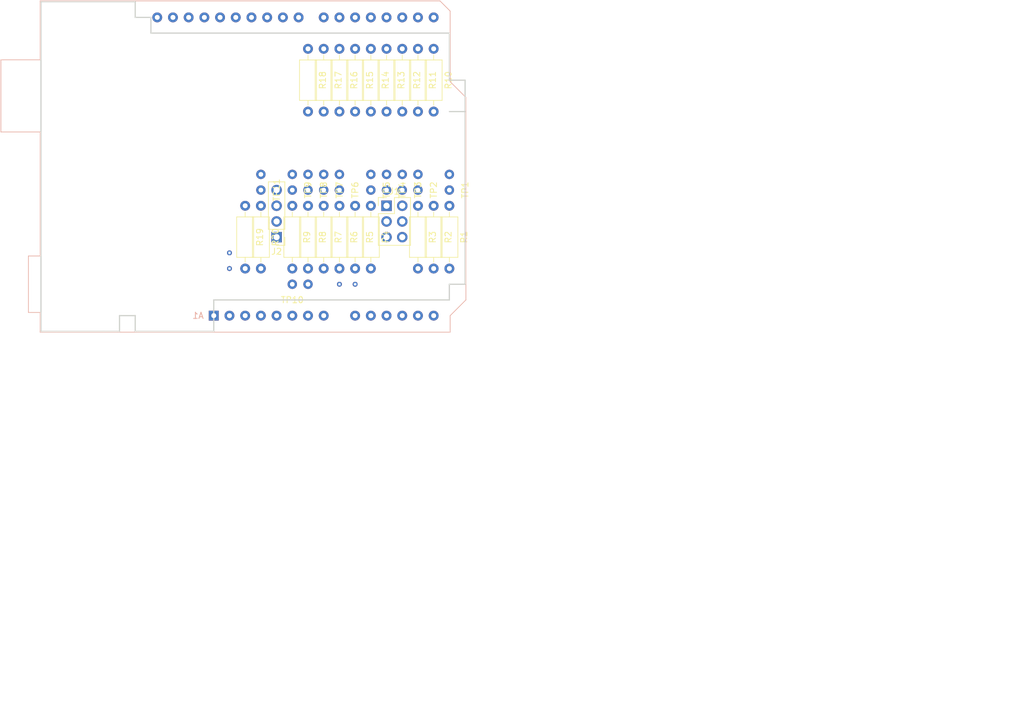
<source format=kicad_pcb>
(kicad_pcb (version 20171130) (host pcbnew "(5.1.4-0-10_14)")

  (general
    (thickness 1.6)
    (drawings 28)
    (tracks 146)
    (zones 0)
    (modules 34)
    (nets 41)
  )

  (page A4)
  (layers
    (0 F.Solder signal)
    (1 B.Solder signal)
    (2 F.Wire signal)
    (31 B.Wire signal)
    (32 B.Adhes user)
    (33 F.Adhes user)
    (34 B.Paste user)
    (35 F.Paste user)
    (36 B.SilkS user)
    (37 F.SilkS user)
    (38 B.Mask user)
    (39 F.Mask user)
    (40 Dwgs.User user)
    (41 Cmts.User user)
    (42 Eco1.User user)
    (43 Eco2.User user)
    (44 Edge.Cuts user)
    (45 Margin user)
    (46 B.CrtYd user)
    (47 F.CrtYd user)
    (48 B.Fab user hide)
    (49 F.Fab user hide)
  )

  (setup
    (last_trace_width 0.25)
    (trace_clearance 0.2)
    (zone_clearance 0.508)
    (zone_45_only no)
    (trace_min 0.2)
    (via_size 0.8)
    (via_drill 0.4)
    (via_min_size 0.4)
    (via_min_drill 0.3)
    (uvia_size 0.3)
    (uvia_drill 0.1)
    (uvias_allowed no)
    (uvia_min_size 0.2)
    (uvia_min_drill 0.1)
    (edge_width 0.15)
    (segment_width 0.2)
    (pcb_text_width 0.3)
    (pcb_text_size 1.5 1.5)
    (mod_edge_width 0.15)
    (mod_text_size 1 1)
    (mod_text_width 0.15)
    (pad_size 1.524 1.524)
    (pad_drill 0.762)
    (pad_to_mask_clearance 0.051)
    (solder_mask_min_width 0.25)
    (aux_axis_origin 0 0)
    (visible_elements FFFFFF7F)
    (pcbplotparams
      (layerselection 0x010fc_ffffffff)
      (usegerberextensions false)
      (usegerberattributes false)
      (usegerberadvancedattributes false)
      (creategerberjobfile false)
      (excludeedgelayer true)
      (linewidth 0.100000)
      (plotframeref false)
      (viasonmask false)
      (mode 1)
      (useauxorigin false)
      (hpglpennumber 1)
      (hpglpenspeed 20)
      (hpglpendiameter 15.000000)
      (psnegative false)
      (psa4output false)
      (plotreference true)
      (plotvalue true)
      (plotinvisibletext false)
      (padsonsilk false)
      (subtractmaskfromsilk false)
      (outputformat 1)
      (mirror false)
      (drillshape 1)
      (scaleselection 1)
      (outputdirectory ""))
  )

  (net 0 "")
  (net 1 "Net-(A1-Pad32)")
  (net 2 "Net-(A1-Pad31)")
  (net 3 "Net-(A1-Pad1)")
  (net 4 "Net-(A1-Pad17)")
  (net 5 "Net-(A1-Pad2)")
  (net 6 "Net-(A1-Pad18)")
  (net 7 "Net-(A1-Pad3)")
  (net 8 "Net-(A1-Pad19)")
  (net 9 "Net-(A1-Pad4)")
  (net 10 "Net-(A1-Pad20)")
  (net 11 "Net-(A1-Pad21)")
  (net 12 GND)
  (net 13 "Net-(A1-Pad22)")
  (net 14 "Net-(A1-Pad23)")
  (net 15 "Net-(A1-Pad8)")
  (net 16 "Net-(A1-Pad24)")
  (net 17 "Net-(A1-Pad9)")
  (net 18 "Net-(A1-Pad25)")
  (net 19 "Net-(A1-Pad10)")
  (net 20 "Net-(A1-Pad26)")
  (net 21 "Net-(A1-Pad11)")
  (net 22 "Net-(A1-Pad27)")
  (net 23 "Net-(A1-Pad12)")
  (net 24 "Net-(A1-Pad28)")
  (net 25 "Net-(A1-Pad13)")
  (net 26 "Net-(A1-Pad14)")
  (net 27 "Net-(A1-Pad30)")
  (net 28 "Net-(A1-Pad15)")
  (net 29 "Net-(A1-Pad16)")
  (net 30 "Net-(A1-Pad5)")
  (net 31 /Bit3_3V3)
  (net 32 /Bit2_3V3)
  (net 33 /Bit4_3V3)
  (net 34 /Bit1_3V3)
  (net 35 /Bit5_3V3)
  (net 36 /Bit0_3V3)
  (net 37 /Bit6_3V3)
  (net 38 /Bit7_3V3)
  (net 39 /Clk_3V3)
  (net 40 /Sync_3V3)

  (net_class Default "This is the default net class."
    (clearance 0.2)
    (trace_width 0.25)
    (via_dia 0.8)
    (via_drill 0.4)
    (uvia_dia 0.3)
    (uvia_drill 0.1)
    (add_net /Bit0_3V3)
    (add_net /Bit1_3V3)
    (add_net /Bit2_3V3)
    (add_net /Bit3_3V3)
    (add_net /Bit4_3V3)
    (add_net /Bit5_3V3)
    (add_net /Bit6_3V3)
    (add_net /Bit7_3V3)
    (add_net /Clk_3V3)
    (add_net /Sync_3V3)
    (add_net GND)
    (add_net "Net-(A1-Pad1)")
    (add_net "Net-(A1-Pad10)")
    (add_net "Net-(A1-Pad11)")
    (add_net "Net-(A1-Pad12)")
    (add_net "Net-(A1-Pad13)")
    (add_net "Net-(A1-Pad14)")
    (add_net "Net-(A1-Pad15)")
    (add_net "Net-(A1-Pad16)")
    (add_net "Net-(A1-Pad17)")
    (add_net "Net-(A1-Pad18)")
    (add_net "Net-(A1-Pad19)")
    (add_net "Net-(A1-Pad2)")
    (add_net "Net-(A1-Pad20)")
    (add_net "Net-(A1-Pad21)")
    (add_net "Net-(A1-Pad22)")
    (add_net "Net-(A1-Pad23)")
    (add_net "Net-(A1-Pad24)")
    (add_net "Net-(A1-Pad25)")
    (add_net "Net-(A1-Pad26)")
    (add_net "Net-(A1-Pad27)")
    (add_net "Net-(A1-Pad28)")
    (add_net "Net-(A1-Pad3)")
    (add_net "Net-(A1-Pad30)")
    (add_net "Net-(A1-Pad31)")
    (add_net "Net-(A1-Pad32)")
    (add_net "Net-(A1-Pad4)")
    (add_net "Net-(A1-Pad5)")
    (add_net "Net-(A1-Pad8)")
    (add_net "Net-(A1-Pad9)")
  )

  (module ECE3400:Arduino_UNO_R3 (layer B.Wire) (tedit 5D8CE35F) (tstamp 5DAACB6E)
    (at 139.7 129.54)
    (path /5D8F1316)
    (fp_text reference A1 (at -2.54 0 -180) (layer B.SilkS)
      (effects (font (size 1 1) (thickness 0.15)) (justify mirror))
    )
    (fp_text value Arduino_UNO_R3 (at 0 -22.86) (layer B.Fab)
      (effects (font (size 1 1) (thickness 0.15)) (justify mirror))
    )
    (fp_text user %R (at 0 -20.32 -180) (layer B.Fab)
      (effects (font (size 1 1) (thickness 0.15)) (justify mirror))
    )
    (fp_line (start 38.35 2.79) (end 38.35 0) (layer B.CrtYd) (width 0.05))
    (fp_line (start 38.35 0) (end 40.89 -2.54) (layer B.CrtYd) (width 0.05))
    (fp_line (start 40.89 -2.54) (end 40.89 -35.31) (layer B.CrtYd) (width 0.05))
    (fp_line (start 40.89 -35.31) (end 38.35 -37.85) (layer B.CrtYd) (width 0.05))
    (fp_line (start 38.35 -37.85) (end 38.35 -49.28) (layer B.CrtYd) (width 0.05))
    (fp_line (start 38.35 -49.28) (end 36.58 -51.05) (layer B.CrtYd) (width 0.05))
    (fp_line (start 36.58 -51.05) (end -28.19 -51.05) (layer B.CrtYd) (width 0.05))
    (fp_line (start -28.19 -51.05) (end -28.19 -41.53) (layer B.CrtYd) (width 0.05))
    (fp_line (start -28.19 -41.53) (end -34.54 -41.53) (layer B.CrtYd) (width 0.05))
    (fp_line (start -34.54 -41.53) (end -34.54 -29.59) (layer B.CrtYd) (width 0.05))
    (fp_line (start -34.54 -29.59) (end -28.19 -29.59) (layer B.CrtYd) (width 0.05))
    (fp_line (start -28.19 -29.59) (end -28.19 -9.78) (layer B.CrtYd) (width 0.05))
    (fp_line (start -28.19 -9.78) (end -30.1 -9.78) (layer B.CrtYd) (width 0.05))
    (fp_line (start -30.1 -9.78) (end -30.1 -0.38) (layer B.CrtYd) (width 0.05))
    (fp_line (start -30.1 -0.38) (end -28.19 -0.38) (layer B.CrtYd) (width 0.05))
    (fp_line (start -28.19 -0.38) (end -28.19 2.79) (layer B.CrtYd) (width 0.05))
    (fp_line (start -28.19 2.79) (end 38.35 2.79) (layer B.CrtYd) (width 0.05))
    (fp_line (start 40.77 -35.31) (end 40.77 -2.54) (layer B.SilkS) (width 0.12))
    (fp_line (start 40.77 -2.54) (end 38.23 0) (layer B.SilkS) (width 0.12))
    (fp_line (start 38.23 0) (end 38.23 2.67) (layer B.SilkS) (width 0.12))
    (fp_line (start 38.23 2.67) (end -28.07 2.67) (layer B.SilkS) (width 0.12))
    (fp_line (start -28.07 2.67) (end -28.07 -0.51) (layer B.SilkS) (width 0.12))
    (fp_line (start -28.07 -0.51) (end -29.97 -0.51) (layer B.SilkS) (width 0.12))
    (fp_line (start -29.97 -0.51) (end -29.97 -9.65) (layer B.SilkS) (width 0.12))
    (fp_line (start -29.97 -9.65) (end -28.07 -9.65) (layer B.SilkS) (width 0.12))
    (fp_line (start -28.07 -9.65) (end -28.07 -29.72) (layer B.SilkS) (width 0.12))
    (fp_line (start -28.07 -29.72) (end -34.42 -29.72) (layer B.SilkS) (width 0.12))
    (fp_line (start -34.42 -29.72) (end -34.42 -41.4) (layer B.SilkS) (width 0.12))
    (fp_line (start -34.42 -41.4) (end -28.07 -41.4) (layer B.SilkS) (width 0.12))
    (fp_line (start -28.07 -41.4) (end -28.07 -50.93) (layer B.SilkS) (width 0.12))
    (fp_line (start -28.07 -50.93) (end 36.58 -50.93) (layer B.SilkS) (width 0.12))
    (fp_line (start 36.58 -50.93) (end 38.23 -49.28) (layer B.SilkS) (width 0.12))
    (fp_line (start 38.23 -49.28) (end 38.23 -37.85) (layer B.SilkS) (width 0.12))
    (fp_line (start 38.23 -37.85) (end 40.77 -35.31) (layer B.SilkS) (width 0.12))
    (fp_line (start -34.29 -29.84) (end -18.41 -29.84) (layer B.Fab) (width 0.1))
    (fp_line (start -18.41 -29.84) (end -18.41 -41.27) (layer B.Fab) (width 0.1))
    (fp_line (start -18.41 -41.27) (end -34.29 -41.27) (layer B.Fab) (width 0.1))
    (fp_line (start -34.29 -41.27) (end -34.29 -29.84) (layer B.Fab) (width 0.1))
    (fp_line (start -29.84 -0.64) (end -16.51 -0.64) (layer B.Fab) (width 0.1))
    (fp_line (start -16.51 -0.64) (end -16.51 -9.53) (layer B.Fab) (width 0.1))
    (fp_line (start -16.51 -9.53) (end -29.84 -9.53) (layer B.Fab) (width 0.1))
    (fp_line (start -29.84 -9.53) (end -29.84 -0.64) (layer B.Fab) (width 0.1))
    (fp_line (start 38.1 -37.85) (end 38.1 -49.28) (layer B.Fab) (width 0.1))
    (fp_line (start 40.64 -2.54) (end 40.64 -35.31) (layer B.Fab) (width 0.1))
    (fp_line (start 40.64 -35.31) (end 38.1 -37.85) (layer B.Fab) (width 0.1))
    (fp_line (start 38.1 2.54) (end 38.1 0) (layer B.Fab) (width 0.1))
    (fp_line (start 38.1 0) (end 40.64 -2.54) (layer B.Fab) (width 0.1))
    (fp_line (start 38.1 -49.28) (end 36.58 -50.8) (layer B.Fab) (width 0.1))
    (fp_line (start 36.58 -50.8) (end -27.94 -50.8) (layer B.Fab) (width 0.1))
    (fp_line (start -27.94 -50.8) (end -27.94 2.54) (layer B.Fab) (width 0.1))
    (fp_line (start -27.94 2.54) (end 38.1 2.54) (layer B.Fab) (width 0.1))
    (pad 32 thru_hole oval (at -9.14 -48.26 270) (size 1.6 1.6) (drill 0.8) (layers *.Cu *.Mask)
      (net 1 "Net-(A1-Pad32)"))
    (pad 31 thru_hole oval (at -6.6 -48.26 270) (size 1.6 1.6) (drill 0.8) (layers *.Cu *.Mask)
      (net 2 "Net-(A1-Pad31)"))
    (pad 1 thru_hole rect (at 0 0 270) (size 1.6 1.6) (drill 0.8) (layers *.Cu *.Mask)
      (net 3 "Net-(A1-Pad1)"))
    (pad 17 thru_hole oval (at 30.48 -48.26 270) (size 1.6 1.6) (drill 0.8) (layers *.Cu *.Mask)
      (net 4 "Net-(A1-Pad17)"))
    (pad 2 thru_hole oval (at 2.54 0 270) (size 1.6 1.6) (drill 0.8) (layers *.Cu *.Mask)
      (net 5 "Net-(A1-Pad2)"))
    (pad 18 thru_hole oval (at 27.94 -48.26 270) (size 1.6 1.6) (drill 0.8) (layers *.Cu *.Mask)
      (net 6 "Net-(A1-Pad18)"))
    (pad 3 thru_hole oval (at 5.08 0 270) (size 1.6 1.6) (drill 0.8) (layers *.Cu *.Mask)
      (net 7 "Net-(A1-Pad3)"))
    (pad 19 thru_hole oval (at 25.4 -48.26 270) (size 1.6 1.6) (drill 0.8) (layers *.Cu *.Mask)
      (net 8 "Net-(A1-Pad19)"))
    (pad 4 thru_hole oval (at 7.62 0 270) (size 1.6 1.6) (drill 0.8) (layers *.Cu *.Mask)
      (net 9 "Net-(A1-Pad4)"))
    (pad 20 thru_hole oval (at 22.86 -48.26 270) (size 1.6 1.6) (drill 0.8) (layers *.Cu *.Mask)
      (net 10 "Net-(A1-Pad20)"))
    (pad 5 thru_hole oval (at 10.16 0 270) (size 1.6 1.6) (drill 0.8) (layers *.Cu *.Mask)
      (net 30 "Net-(A1-Pad5)"))
    (pad 21 thru_hole oval (at 20.32 -48.26 270) (size 1.6 1.6) (drill 0.8) (layers *.Cu *.Mask)
      (net 11 "Net-(A1-Pad21)"))
    (pad 6 thru_hole oval (at 12.7 0 270) (size 1.6 1.6) (drill 0.8) (layers *.Cu *.Mask)
      (net 12 GND))
    (pad 22 thru_hole oval (at 17.78 -48.26 270) (size 1.6 1.6) (drill 0.8) (layers *.Cu *.Mask)
      (net 13 "Net-(A1-Pad22)"))
    (pad 7 thru_hole oval (at 15.24 0 270) (size 1.6 1.6) (drill 0.8) (layers *.Cu *.Mask)
      (net 12 GND))
    (pad 23 thru_hole oval (at 13.72 -48.26 270) (size 1.6 1.6) (drill 0.8) (layers *.Cu *.Mask)
      (net 14 "Net-(A1-Pad23)"))
    (pad 8 thru_hole oval (at 17.78 0 270) (size 1.6 1.6) (drill 0.8) (layers *.Cu *.Mask)
      (net 15 "Net-(A1-Pad8)"))
    (pad 24 thru_hole oval (at 11.18 -48.26 270) (size 1.6 1.6) (drill 0.8) (layers *.Cu *.Mask)
      (net 16 "Net-(A1-Pad24)"))
    (pad 9 thru_hole oval (at 22.86 0 270) (size 1.6 1.6) (drill 0.8) (layers *.Cu *.Mask)
      (net 17 "Net-(A1-Pad9)"))
    (pad 25 thru_hole oval (at 8.64 -48.26 270) (size 1.6 1.6) (drill 0.8) (layers *.Cu *.Mask)
      (net 18 "Net-(A1-Pad25)"))
    (pad 10 thru_hole oval (at 25.4 0 270) (size 1.6 1.6) (drill 0.8) (layers *.Cu *.Mask)
      (net 19 "Net-(A1-Pad10)"))
    (pad 26 thru_hole oval (at 6.1 -48.26 270) (size 1.6 1.6) (drill 0.8) (layers *.Cu *.Mask)
      (net 20 "Net-(A1-Pad26)"))
    (pad 11 thru_hole oval (at 27.94 0 270) (size 1.6 1.6) (drill 0.8) (layers *.Cu *.Mask)
      (net 21 "Net-(A1-Pad11)"))
    (pad 27 thru_hole oval (at 3.56 -48.26 270) (size 1.6 1.6) (drill 0.8) (layers *.Cu *.Mask)
      (net 22 "Net-(A1-Pad27)"))
    (pad 12 thru_hole oval (at 30.48 0 270) (size 1.6 1.6) (drill 0.8) (layers *.Cu *.Mask)
      (net 23 "Net-(A1-Pad12)"))
    (pad 28 thru_hole oval (at 1.02 -48.26 270) (size 1.6 1.6) (drill 0.8) (layers *.Cu *.Mask)
      (net 24 "Net-(A1-Pad28)"))
    (pad 13 thru_hole oval (at 33.02 0 270) (size 1.6 1.6) (drill 0.8) (layers *.Cu *.Mask)
      (net 25 "Net-(A1-Pad13)"))
    (pad 29 thru_hole oval (at -1.52 -48.26 270) (size 1.6 1.6) (drill 0.8) (layers *.Cu *.Mask)
      (net 12 GND))
    (pad 14 thru_hole oval (at 35.56 0 270) (size 1.6 1.6) (drill 0.8) (layers *.Cu *.Mask)
      (net 26 "Net-(A1-Pad14)"))
    (pad 30 thru_hole oval (at -4.06 -48.26 270) (size 1.6 1.6) (drill 0.8) (layers *.Cu *.Mask)
      (net 27 "Net-(A1-Pad30)"))
    (pad 15 thru_hole oval (at 35.56 -48.26 270) (size 1.6 1.6) (drill 0.8) (layers *.Cu *.Mask)
      (net 28 "Net-(A1-Pad15)"))
    (pad 16 thru_hole oval (at 33.02 -48.26 270) (size 1.6 1.6) (drill 0.8) (layers *.Cu *.Mask)
      (net 29 "Net-(A1-Pad16)"))
    (model ${KISYS3DMOD}/Module.3dshapes/Arduino_UNO_R3.wrl
      (at (xyz 0 0 0))
      (scale (xyz 1 1 1))
      (rotate (xyz 0 0 0))
    )
  )

  (module ECE3400:PinHeader_2x3 (layer F.Solder) (tedit 5DEAB49E) (tstamp 5DEB0F53)
    (at 167.64 111.76)
    (path /5DF15D32)
    (fp_text reference J1 (at 1.27 -2.33) (layer F.SilkS)
      (effects (font (size 1 1) (thickness 0.15)))
    )
    (fp_text value Conn_2x3 (at 1.27 7.41) (layer F.Fab)
      (effects (font (size 1 1) (thickness 0.15)))
    )
    (fp_line (start 0 -1.27) (end 3.81 -1.27) (layer F.Fab) (width 0.1))
    (fp_line (start 3.81 -1.27) (end 3.81 6.35) (layer F.Fab) (width 0.1))
    (fp_line (start 3.81 6.35) (end -1.27 6.35) (layer F.Fab) (width 0.1))
    (fp_line (start -1.27 6.35) (end -1.27 0) (layer F.Fab) (width 0.1))
    (fp_line (start -1.27 0) (end 0 -1.27) (layer F.Fab) (width 0.1))
    (fp_line (start -1.33 6.41) (end 3.87 6.41) (layer F.SilkS) (width 0.12))
    (fp_line (start -1.33 1.27) (end -1.33 6.41) (layer F.SilkS) (width 0.12))
    (fp_line (start 3.87 -1.33) (end 3.87 6.41) (layer F.SilkS) (width 0.12))
    (fp_line (start -1.33 1.27) (end 1.27 1.27) (layer F.SilkS) (width 0.12))
    (fp_line (start 1.27 1.27) (end 1.27 -1.33) (layer F.SilkS) (width 0.12))
    (fp_line (start 1.27 -1.33) (end 3.87 -1.33) (layer F.SilkS) (width 0.12))
    (fp_line (start -1.33 0) (end -1.33 -1.33) (layer F.SilkS) (width 0.12))
    (fp_line (start -1.33 -1.33) (end 0 -1.33) (layer F.SilkS) (width 0.12))
    (fp_line (start -1.8 -1.8) (end -1.8 6.85) (layer F.CrtYd) (width 0.05))
    (fp_line (start -1.8 6.85) (end 4.35 6.85) (layer F.CrtYd) (width 0.05))
    (fp_line (start 4.35 6.85) (end 4.35 -1.8) (layer F.CrtYd) (width 0.05))
    (fp_line (start 4.35 -1.8) (end -1.8 -1.8) (layer F.CrtYd) (width 0.05))
    (fp_text user %R (at 1.27 2.54 90) (layer F.Fab)
      (effects (font (size 1 1) (thickness 0.15)))
    )
    (pad 1 thru_hole rect (at 0 0) (size 1.7 1.7) (drill 1) (layers *.Cu *.Mask)
      (net 31 /Bit3_3V3))
    (pad 2 thru_hole oval (at 2.54 0) (size 1.7 1.7) (drill 1) (layers *.Cu *.Mask)
      (net 32 /Bit2_3V3))
    (pad 3 thru_hole oval (at 0 2.54) (size 1.7 1.7) (drill 1) (layers *.Cu *.Mask)
      (net 33 /Bit4_3V3))
    (pad 4 thru_hole oval (at 2.54 2.54) (size 1.7 1.7) (drill 1) (layers *.Cu *.Mask)
      (net 34 /Bit1_3V3))
    (pad 5 thru_hole oval (at 0 5.08) (size 1.7 1.7) (drill 1) (layers *.Cu *.Mask)
      (net 35 /Bit5_3V3))
    (pad 6 thru_hole oval (at 2.54 5.08) (size 1.7 1.7) (drill 1) (layers *.Cu *.Mask)
      (net 36 /Bit0_3V3))
    (model ${KISYS3DMOD}/Connector_PinHeader_2.54mm.3dshapes/PinHeader_2x03_P2.54mm_Vertical.wrl
      (at (xyz 0 0 0))
      (scale (xyz 1 1 1))
      (rotate (xyz 0 0 0))
    )
  )

  (module ECE3400:PinHeader_1x4 (layer F.Solder) (tedit 5DEAB446) (tstamp 5DEB0F6B)
    (at 149.86 116.84 180)
    (path /5DF17F9C)
    (fp_text reference J2 (at 0 -2.33) (layer F.SilkS)
      (effects (font (size 1 1) (thickness 0.15)))
    )
    (fp_text value Conn_1x4 (at 0 9.95) (layer F.Fab)
      (effects (font (size 1 1) (thickness 0.15)))
    )
    (fp_line (start -0.635 -1.27) (end 1.27 -1.27) (layer F.Fab) (width 0.1))
    (fp_line (start 1.27 -1.27) (end 1.27 8.89) (layer F.Fab) (width 0.1))
    (fp_line (start 1.27 8.89) (end -1.27 8.89) (layer F.Fab) (width 0.1))
    (fp_line (start -1.27 8.89) (end -1.27 -0.635) (layer F.Fab) (width 0.1))
    (fp_line (start -1.27 -0.635) (end -0.635 -1.27) (layer F.Fab) (width 0.1))
    (fp_line (start -1.33 8.95) (end 1.33 8.95) (layer F.SilkS) (width 0.12))
    (fp_line (start -1.33 1.27) (end -1.33 8.95) (layer F.SilkS) (width 0.12))
    (fp_line (start 1.33 1.27) (end 1.33 8.95) (layer F.SilkS) (width 0.12))
    (fp_line (start -1.33 1.27) (end 1.33 1.27) (layer F.SilkS) (width 0.12))
    (fp_line (start -1.33 0) (end -1.33 -1.33) (layer F.SilkS) (width 0.12))
    (fp_line (start -1.33 -1.33) (end 0 -1.33) (layer F.SilkS) (width 0.12))
    (fp_line (start -1.8 -1.8) (end -1.8 9.4) (layer F.CrtYd) (width 0.05))
    (fp_line (start -1.8 9.4) (end 1.8 9.4) (layer F.CrtYd) (width 0.05))
    (fp_line (start 1.8 9.4) (end 1.8 -1.8) (layer F.CrtYd) (width 0.05))
    (fp_line (start 1.8 -1.8) (end -1.8 -1.8) (layer F.CrtYd) (width 0.05))
    (fp_text user %R (at 0 3.81 90) (layer F.Fab)
      (effects (font (size 1 1) (thickness 0.15)))
    )
    (pad 1 thru_hole rect (at 0 0 180) (size 1.7 1.7) (drill 1) (layers *.Cu *.Mask)
      (net 37 /Bit6_3V3))
    (pad 2 thru_hole oval (at 0 2.54 180) (size 1.7 1.7) (drill 1) (layers *.Cu *.Mask)
      (net 38 /Bit7_3V3))
    (pad 3 thru_hole oval (at 0 5.08 180) (size 1.7 1.7) (drill 1) (layers *.Cu *.Mask)
      (net 39 /Clk_3V3))
    (pad 4 thru_hole oval (at 0 7.62 180) (size 1.7 1.7) (drill 1) (layers *.Cu *.Mask)
      (net 40 /Sync_3V3))
    (model ${KISYS3DMOD}/Connector_PinHeader_2.54mm.3dshapes/PinHeader_1x04_P2.54mm_Vertical.wrl
      (at (xyz 0 0 0))
      (scale (xyz 1 1 1))
      (rotate (xyz 0 0 0))
    )
  )

  (module ECE3400:Resistor_THT (layer F.Solder) (tedit 5DEAB47C) (tstamp 5DEB0F82)
    (at 177.8 111.76 270)
    (path /5DEB634E)
    (fp_text reference R1 (at 5.08 -2.37 90) (layer F.SilkS)
      (effects (font (size 1 1) (thickness 0.15)))
    )
    (fp_text value 10k (at 5.08 2.37 90) (layer F.Fab)
      (effects (font (size 1 1) (thickness 0.15)))
    )
    (fp_line (start 1.93 -1.25) (end 1.93 1.25) (layer F.Fab) (width 0.1))
    (fp_line (start 1.93 1.25) (end 8.23 1.25) (layer F.Fab) (width 0.1))
    (fp_line (start 8.23 1.25) (end 8.23 -1.25) (layer F.Fab) (width 0.1))
    (fp_line (start 8.23 -1.25) (end 1.93 -1.25) (layer F.Fab) (width 0.1))
    (fp_line (start 0 0) (end 1.93 0) (layer F.Fab) (width 0.1))
    (fp_line (start 10.16 0) (end 8.23 0) (layer F.Fab) (width 0.1))
    (fp_line (start 1.81 -1.37) (end 1.81 1.37) (layer F.SilkS) (width 0.12))
    (fp_line (start 1.81 1.37) (end 8.35 1.37) (layer F.SilkS) (width 0.12))
    (fp_line (start 8.35 1.37) (end 8.35 -1.37) (layer F.SilkS) (width 0.12))
    (fp_line (start 8.35 -1.37) (end 1.81 -1.37) (layer F.SilkS) (width 0.12))
    (fp_line (start 1.04 0) (end 1.81 0) (layer F.SilkS) (width 0.12))
    (fp_line (start 9.12 0) (end 8.35 0) (layer F.SilkS) (width 0.12))
    (fp_line (start -1.05 -1.5) (end -1.05 1.5) (layer F.CrtYd) (width 0.05))
    (fp_line (start -1.05 1.5) (end 11.21 1.5) (layer F.CrtYd) (width 0.05))
    (fp_line (start 11.21 1.5) (end 11.21 -1.5) (layer F.CrtYd) (width 0.05))
    (fp_line (start 11.21 -1.5) (end -1.05 -1.5) (layer F.CrtYd) (width 0.05))
    (fp_text user %R (at 5.08 0 90) (layer F.Fab)
      (effects (font (size 1 1) (thickness 0.15)))
    )
    (pad 1 thru_hole circle (at 0 0 270) (size 1.6 1.6) (drill 0.8) (layers *.Cu *.Mask)
      (net 36 /Bit0_3V3))
    (pad 2 thru_hole oval (at 10.16 0 270) (size 1.6 1.6) (drill 0.8) (layers *.Cu *.Mask)
      (net 12 GND))
    (model ${KISYS3DMOD}/Resistor_THT.3dshapes/R_Axial_DIN0207_L6.3mm_D2.5mm_P10.16mm_Horizontal.wrl
      (at (xyz 0 0 0))
      (scale (xyz 1 1 1))
      (rotate (xyz 0 0 0))
    )
  )

  (module ECE3400:Resistor_THT (layer F.Solder) (tedit 5DEAB47C) (tstamp 5DEB0F99)
    (at 175.26 111.76 270)
    (path /5DF284D3)
    (fp_text reference R2 (at 5.08 -2.37 90) (layer F.SilkS)
      (effects (font (size 1 1) (thickness 0.15)))
    )
    (fp_text value 10k (at 5.08 2.37 90) (layer F.Fab)
      (effects (font (size 1 1) (thickness 0.15)))
    )
    (fp_line (start 1.93 -1.25) (end 1.93 1.25) (layer F.Fab) (width 0.1))
    (fp_line (start 1.93 1.25) (end 8.23 1.25) (layer F.Fab) (width 0.1))
    (fp_line (start 8.23 1.25) (end 8.23 -1.25) (layer F.Fab) (width 0.1))
    (fp_line (start 8.23 -1.25) (end 1.93 -1.25) (layer F.Fab) (width 0.1))
    (fp_line (start 0 0) (end 1.93 0) (layer F.Fab) (width 0.1))
    (fp_line (start 10.16 0) (end 8.23 0) (layer F.Fab) (width 0.1))
    (fp_line (start 1.81 -1.37) (end 1.81 1.37) (layer F.SilkS) (width 0.12))
    (fp_line (start 1.81 1.37) (end 8.35 1.37) (layer F.SilkS) (width 0.12))
    (fp_line (start 8.35 1.37) (end 8.35 -1.37) (layer F.SilkS) (width 0.12))
    (fp_line (start 8.35 -1.37) (end 1.81 -1.37) (layer F.SilkS) (width 0.12))
    (fp_line (start 1.04 0) (end 1.81 0) (layer F.SilkS) (width 0.12))
    (fp_line (start 9.12 0) (end 8.35 0) (layer F.SilkS) (width 0.12))
    (fp_line (start -1.05 -1.5) (end -1.05 1.5) (layer F.CrtYd) (width 0.05))
    (fp_line (start -1.05 1.5) (end 11.21 1.5) (layer F.CrtYd) (width 0.05))
    (fp_line (start 11.21 1.5) (end 11.21 -1.5) (layer F.CrtYd) (width 0.05))
    (fp_line (start 11.21 -1.5) (end -1.05 -1.5) (layer F.CrtYd) (width 0.05))
    (fp_text user %R (at 5.08 0 90) (layer F.Fab)
      (effects (font (size 1 1) (thickness 0.15)))
    )
    (pad 1 thru_hole circle (at 0 0 270) (size 1.6 1.6) (drill 0.8) (layers *.Cu *.Mask)
      (net 34 /Bit1_3V3))
    (pad 2 thru_hole oval (at 10.16 0 270) (size 1.6 1.6) (drill 0.8) (layers *.Cu *.Mask)
      (net 12 GND))
    (model ${KISYS3DMOD}/Resistor_THT.3dshapes/R_Axial_DIN0207_L6.3mm_D2.5mm_P10.16mm_Horizontal.wrl
      (at (xyz 0 0 0))
      (scale (xyz 1 1 1))
      (rotate (xyz 0 0 0))
    )
  )

  (module ECE3400:Resistor_THT (layer F.Solder) (tedit 5DEAB47C) (tstamp 5DEB0FB0)
    (at 172.72 111.76 270)
    (path /5DF2861C)
    (fp_text reference R3 (at 5.08 -2.37 90) (layer F.SilkS)
      (effects (font (size 1 1) (thickness 0.15)))
    )
    (fp_text value 10k (at 5.08 2.37 90) (layer F.Fab)
      (effects (font (size 1 1) (thickness 0.15)))
    )
    (fp_text user %R (at 5.08 0 90) (layer F.Fab)
      (effects (font (size 1 1) (thickness 0.15)))
    )
    (fp_line (start 11.21 -1.5) (end -1.05 -1.5) (layer F.CrtYd) (width 0.05))
    (fp_line (start 11.21 1.5) (end 11.21 -1.5) (layer F.CrtYd) (width 0.05))
    (fp_line (start -1.05 1.5) (end 11.21 1.5) (layer F.CrtYd) (width 0.05))
    (fp_line (start -1.05 -1.5) (end -1.05 1.5) (layer F.CrtYd) (width 0.05))
    (fp_line (start 9.12 0) (end 8.35 0) (layer F.SilkS) (width 0.12))
    (fp_line (start 1.04 0) (end 1.81 0) (layer F.SilkS) (width 0.12))
    (fp_line (start 8.35 -1.37) (end 1.81 -1.37) (layer F.SilkS) (width 0.12))
    (fp_line (start 8.35 1.37) (end 8.35 -1.37) (layer F.SilkS) (width 0.12))
    (fp_line (start 1.81 1.37) (end 8.35 1.37) (layer F.SilkS) (width 0.12))
    (fp_line (start 1.81 -1.37) (end 1.81 1.37) (layer F.SilkS) (width 0.12))
    (fp_line (start 10.16 0) (end 8.23 0) (layer F.Fab) (width 0.1))
    (fp_line (start 0 0) (end 1.93 0) (layer F.Fab) (width 0.1))
    (fp_line (start 8.23 -1.25) (end 1.93 -1.25) (layer F.Fab) (width 0.1))
    (fp_line (start 8.23 1.25) (end 8.23 -1.25) (layer F.Fab) (width 0.1))
    (fp_line (start 1.93 1.25) (end 8.23 1.25) (layer F.Fab) (width 0.1))
    (fp_line (start 1.93 -1.25) (end 1.93 1.25) (layer F.Fab) (width 0.1))
    (pad 2 thru_hole oval (at 10.16 0 270) (size 1.6 1.6) (drill 0.8) (layers *.Cu *.Mask)
      (net 12 GND))
    (pad 1 thru_hole circle (at 0 0 270) (size 1.6 1.6) (drill 0.8) (layers *.Cu *.Mask)
      (net 32 /Bit2_3V3))
    (model ${KISYS3DMOD}/Resistor_THT.3dshapes/R_Axial_DIN0207_L6.3mm_D2.5mm_P10.16mm_Horizontal.wrl
      (at (xyz 0 0 0))
      (scale (xyz 1 1 1))
      (rotate (xyz 0 0 0))
    )
  )

  (module ECE3400:Resistor_THT (layer F.Solder) (tedit 5DEAB47C) (tstamp 5DEB0FC7)
    (at 165.1 111.76 270)
    (path /5DF289D8)
    (fp_text reference R4 (at 5.08 -2.37 90) (layer F.SilkS)
      (effects (font (size 1 1) (thickness 0.15)))
    )
    (fp_text value 10k (at 5.08 2.37 90) (layer F.Fab)
      (effects (font (size 1 1) (thickness 0.15)))
    )
    (fp_line (start 1.93 -1.25) (end 1.93 1.25) (layer F.Fab) (width 0.1))
    (fp_line (start 1.93 1.25) (end 8.23 1.25) (layer F.Fab) (width 0.1))
    (fp_line (start 8.23 1.25) (end 8.23 -1.25) (layer F.Fab) (width 0.1))
    (fp_line (start 8.23 -1.25) (end 1.93 -1.25) (layer F.Fab) (width 0.1))
    (fp_line (start 0 0) (end 1.93 0) (layer F.Fab) (width 0.1))
    (fp_line (start 10.16 0) (end 8.23 0) (layer F.Fab) (width 0.1))
    (fp_line (start 1.81 -1.37) (end 1.81 1.37) (layer F.SilkS) (width 0.12))
    (fp_line (start 1.81 1.37) (end 8.35 1.37) (layer F.SilkS) (width 0.12))
    (fp_line (start 8.35 1.37) (end 8.35 -1.37) (layer F.SilkS) (width 0.12))
    (fp_line (start 8.35 -1.37) (end 1.81 -1.37) (layer F.SilkS) (width 0.12))
    (fp_line (start 1.04 0) (end 1.81 0) (layer F.SilkS) (width 0.12))
    (fp_line (start 9.12 0) (end 8.35 0) (layer F.SilkS) (width 0.12))
    (fp_line (start -1.05 -1.5) (end -1.05 1.5) (layer F.CrtYd) (width 0.05))
    (fp_line (start -1.05 1.5) (end 11.21 1.5) (layer F.CrtYd) (width 0.05))
    (fp_line (start 11.21 1.5) (end 11.21 -1.5) (layer F.CrtYd) (width 0.05))
    (fp_line (start 11.21 -1.5) (end -1.05 -1.5) (layer F.CrtYd) (width 0.05))
    (fp_text user %R (at 5.08 0 90) (layer F.Fab)
      (effects (font (size 1 1) (thickness 0.15)))
    )
    (pad 1 thru_hole circle (at 0 0 270) (size 1.6 1.6) (drill 0.8) (layers *.Cu *.Mask)
      (net 31 /Bit3_3V3))
    (pad 2 thru_hole oval (at 10.16 0 270) (size 1.6 1.6) (drill 0.8) (layers *.Cu *.Mask)
      (net 12 GND))
    (model ${KISYS3DMOD}/Resistor_THT.3dshapes/R_Axial_DIN0207_L6.3mm_D2.5mm_P10.16mm_Horizontal.wrl
      (at (xyz 0 0 0))
      (scale (xyz 1 1 1))
      (rotate (xyz 0 0 0))
    )
  )

  (module ECE3400:Resistor_THT (layer F.Solder) (tedit 5DEAB47C) (tstamp 5DEB0FDE)
    (at 162.56 111.76 270)
    (path /5DF28C9D)
    (fp_text reference R5 (at 5.08 -2.37 90) (layer F.SilkS)
      (effects (font (size 1 1) (thickness 0.15)))
    )
    (fp_text value 10k (at 5.08 2.37 90) (layer F.Fab)
      (effects (font (size 1 1) (thickness 0.15)))
    )
    (fp_text user %R (at 5.08 0 90) (layer F.Fab)
      (effects (font (size 1 1) (thickness 0.15)))
    )
    (fp_line (start 11.21 -1.5) (end -1.05 -1.5) (layer F.CrtYd) (width 0.05))
    (fp_line (start 11.21 1.5) (end 11.21 -1.5) (layer F.CrtYd) (width 0.05))
    (fp_line (start -1.05 1.5) (end 11.21 1.5) (layer F.CrtYd) (width 0.05))
    (fp_line (start -1.05 -1.5) (end -1.05 1.5) (layer F.CrtYd) (width 0.05))
    (fp_line (start 9.12 0) (end 8.35 0) (layer F.SilkS) (width 0.12))
    (fp_line (start 1.04 0) (end 1.81 0) (layer F.SilkS) (width 0.12))
    (fp_line (start 8.35 -1.37) (end 1.81 -1.37) (layer F.SilkS) (width 0.12))
    (fp_line (start 8.35 1.37) (end 8.35 -1.37) (layer F.SilkS) (width 0.12))
    (fp_line (start 1.81 1.37) (end 8.35 1.37) (layer F.SilkS) (width 0.12))
    (fp_line (start 1.81 -1.37) (end 1.81 1.37) (layer F.SilkS) (width 0.12))
    (fp_line (start 10.16 0) (end 8.23 0) (layer F.Fab) (width 0.1))
    (fp_line (start 0 0) (end 1.93 0) (layer F.Fab) (width 0.1))
    (fp_line (start 8.23 -1.25) (end 1.93 -1.25) (layer F.Fab) (width 0.1))
    (fp_line (start 8.23 1.25) (end 8.23 -1.25) (layer F.Fab) (width 0.1))
    (fp_line (start 1.93 1.25) (end 8.23 1.25) (layer F.Fab) (width 0.1))
    (fp_line (start 1.93 -1.25) (end 1.93 1.25) (layer F.Fab) (width 0.1))
    (pad 2 thru_hole oval (at 10.16 0 270) (size 1.6 1.6) (drill 0.8) (layers *.Cu *.Mask)
      (net 12 GND))
    (pad 1 thru_hole circle (at 0 0 270) (size 1.6 1.6) (drill 0.8) (layers *.Cu *.Mask)
      (net 33 /Bit4_3V3))
    (model ${KISYS3DMOD}/Resistor_THT.3dshapes/R_Axial_DIN0207_L6.3mm_D2.5mm_P10.16mm_Horizontal.wrl
      (at (xyz 0 0 0))
      (scale (xyz 1 1 1))
      (rotate (xyz 0 0 0))
    )
  )

  (module ECE3400:Resistor_THT (layer F.Solder) (tedit 5DEAB47C) (tstamp 5DEB0FF5)
    (at 160.02 111.76 270)
    (path /5DF28DF9)
    (fp_text reference R6 (at 5.08 -2.37 90) (layer F.SilkS)
      (effects (font (size 1 1) (thickness 0.15)))
    )
    (fp_text value 10k (at 5.08 2.37 90) (layer F.Fab)
      (effects (font (size 1 1) (thickness 0.15)))
    )
    (fp_line (start 1.93 -1.25) (end 1.93 1.25) (layer F.Fab) (width 0.1))
    (fp_line (start 1.93 1.25) (end 8.23 1.25) (layer F.Fab) (width 0.1))
    (fp_line (start 8.23 1.25) (end 8.23 -1.25) (layer F.Fab) (width 0.1))
    (fp_line (start 8.23 -1.25) (end 1.93 -1.25) (layer F.Fab) (width 0.1))
    (fp_line (start 0 0) (end 1.93 0) (layer F.Fab) (width 0.1))
    (fp_line (start 10.16 0) (end 8.23 0) (layer F.Fab) (width 0.1))
    (fp_line (start 1.81 -1.37) (end 1.81 1.37) (layer F.SilkS) (width 0.12))
    (fp_line (start 1.81 1.37) (end 8.35 1.37) (layer F.SilkS) (width 0.12))
    (fp_line (start 8.35 1.37) (end 8.35 -1.37) (layer F.SilkS) (width 0.12))
    (fp_line (start 8.35 -1.37) (end 1.81 -1.37) (layer F.SilkS) (width 0.12))
    (fp_line (start 1.04 0) (end 1.81 0) (layer F.SilkS) (width 0.12))
    (fp_line (start 9.12 0) (end 8.35 0) (layer F.SilkS) (width 0.12))
    (fp_line (start -1.05 -1.5) (end -1.05 1.5) (layer F.CrtYd) (width 0.05))
    (fp_line (start -1.05 1.5) (end 11.21 1.5) (layer F.CrtYd) (width 0.05))
    (fp_line (start 11.21 1.5) (end 11.21 -1.5) (layer F.CrtYd) (width 0.05))
    (fp_line (start 11.21 -1.5) (end -1.05 -1.5) (layer F.CrtYd) (width 0.05))
    (fp_text user %R (at 5.08 0 90) (layer F.Fab)
      (effects (font (size 1 1) (thickness 0.15)))
    )
    (pad 1 thru_hole circle (at 0 0 270) (size 1.6 1.6) (drill 0.8) (layers *.Cu *.Mask)
      (net 35 /Bit5_3V3))
    (pad 2 thru_hole oval (at 10.16 0 270) (size 1.6 1.6) (drill 0.8) (layers *.Cu *.Mask)
      (net 12 GND))
    (model ${KISYS3DMOD}/Resistor_THT.3dshapes/R_Axial_DIN0207_L6.3mm_D2.5mm_P10.16mm_Horizontal.wrl
      (at (xyz 0 0 0))
      (scale (xyz 1 1 1))
      (rotate (xyz 0 0 0))
    )
  )

  (module ECE3400:Resistor_THT (layer F.Solder) (tedit 5DEAB47C) (tstamp 5DEB1E10)
    (at 157.48 111.76 270)
    (path /5DF29039)
    (fp_text reference R7 (at 5.08 -2.37 90) (layer F.SilkS)
      (effects (font (size 1 1) (thickness 0.15)))
    )
    (fp_text value 10k (at 5.08 2.37 90) (layer F.Fab)
      (effects (font (size 1 1) (thickness 0.15)))
    )
    (fp_line (start 1.93 -1.25) (end 1.93 1.25) (layer F.Fab) (width 0.1))
    (fp_line (start 1.93 1.25) (end 8.23 1.25) (layer F.Fab) (width 0.1))
    (fp_line (start 8.23 1.25) (end 8.23 -1.25) (layer F.Fab) (width 0.1))
    (fp_line (start 8.23 -1.25) (end 1.93 -1.25) (layer F.Fab) (width 0.1))
    (fp_line (start 0 0) (end 1.93 0) (layer F.Fab) (width 0.1))
    (fp_line (start 10.16 0) (end 8.23 0) (layer F.Fab) (width 0.1))
    (fp_line (start 1.81 -1.37) (end 1.81 1.37) (layer F.SilkS) (width 0.12))
    (fp_line (start 1.81 1.37) (end 8.35 1.37) (layer F.SilkS) (width 0.12))
    (fp_line (start 8.35 1.37) (end 8.35 -1.37) (layer F.SilkS) (width 0.12))
    (fp_line (start 8.35 -1.37) (end 1.81 -1.37) (layer F.SilkS) (width 0.12))
    (fp_line (start 1.04 0) (end 1.81 0) (layer F.SilkS) (width 0.12))
    (fp_line (start 9.12 0) (end 8.35 0) (layer F.SilkS) (width 0.12))
    (fp_line (start -1.05 -1.5) (end -1.05 1.5) (layer F.CrtYd) (width 0.05))
    (fp_line (start -1.05 1.5) (end 11.21 1.5) (layer F.CrtYd) (width 0.05))
    (fp_line (start 11.21 1.5) (end 11.21 -1.5) (layer F.CrtYd) (width 0.05))
    (fp_line (start 11.21 -1.5) (end -1.05 -1.5) (layer F.CrtYd) (width 0.05))
    (fp_text user %R (at 5.08 0 90) (layer F.Fab)
      (effects (font (size 1 1) (thickness 0.15)))
    )
    (pad 1 thru_hole circle (at 0 0 270) (size 1.6 1.6) (drill 0.8) (layers *.Cu *.Mask)
      (net 37 /Bit6_3V3))
    (pad 2 thru_hole oval (at 10.16 0 270) (size 1.6 1.6) (drill 0.8) (layers *.Cu *.Mask)
      (net 12 GND))
    (model ${KISYS3DMOD}/Resistor_THT.3dshapes/R_Axial_DIN0207_L6.3mm_D2.5mm_P10.16mm_Horizontal.wrl
      (at (xyz 0 0 0))
      (scale (xyz 1 1 1))
      (rotate (xyz 0 0 0))
    )
  )

  (module ECE3400:Resistor_THT (layer F.Solder) (tedit 5DEAB47C) (tstamp 5DEB1023)
    (at 154.94 111.76 270)
    (path /5DF29207)
    (fp_text reference R8 (at 5.08 -2.37 90) (layer F.SilkS)
      (effects (font (size 1 1) (thickness 0.15)))
    )
    (fp_text value 10k (at 5.08 2.37 90) (layer F.Fab)
      (effects (font (size 1 1) (thickness 0.15)))
    )
    (fp_text user %R (at 5.08 0 90) (layer F.Fab)
      (effects (font (size 1 1) (thickness 0.15)))
    )
    (fp_line (start 11.21 -1.5) (end -1.05 -1.5) (layer F.CrtYd) (width 0.05))
    (fp_line (start 11.21 1.5) (end 11.21 -1.5) (layer F.CrtYd) (width 0.05))
    (fp_line (start -1.05 1.5) (end 11.21 1.5) (layer F.CrtYd) (width 0.05))
    (fp_line (start -1.05 -1.5) (end -1.05 1.5) (layer F.CrtYd) (width 0.05))
    (fp_line (start 9.12 0) (end 8.35 0) (layer F.SilkS) (width 0.12))
    (fp_line (start 1.04 0) (end 1.81 0) (layer F.SilkS) (width 0.12))
    (fp_line (start 8.35 -1.37) (end 1.81 -1.37) (layer F.SilkS) (width 0.12))
    (fp_line (start 8.35 1.37) (end 8.35 -1.37) (layer F.SilkS) (width 0.12))
    (fp_line (start 1.81 1.37) (end 8.35 1.37) (layer F.SilkS) (width 0.12))
    (fp_line (start 1.81 -1.37) (end 1.81 1.37) (layer F.SilkS) (width 0.12))
    (fp_line (start 10.16 0) (end 8.23 0) (layer F.Fab) (width 0.1))
    (fp_line (start 0 0) (end 1.93 0) (layer F.Fab) (width 0.1))
    (fp_line (start 8.23 -1.25) (end 1.93 -1.25) (layer F.Fab) (width 0.1))
    (fp_line (start 8.23 1.25) (end 8.23 -1.25) (layer F.Fab) (width 0.1))
    (fp_line (start 1.93 1.25) (end 8.23 1.25) (layer F.Fab) (width 0.1))
    (fp_line (start 1.93 -1.25) (end 1.93 1.25) (layer F.Fab) (width 0.1))
    (pad 2 thru_hole oval (at 10.16 0 270) (size 1.6 1.6) (drill 0.8) (layers *.Cu *.Mask)
      (net 12 GND))
    (pad 1 thru_hole circle (at 0 0 270) (size 1.6 1.6) (drill 0.8) (layers *.Cu *.Mask)
      (net 38 /Bit7_3V3))
    (model ${KISYS3DMOD}/Resistor_THT.3dshapes/R_Axial_DIN0207_L6.3mm_D2.5mm_P10.16mm_Horizontal.wrl
      (at (xyz 0 0 0))
      (scale (xyz 1 1 1))
      (rotate (xyz 0 0 0))
    )
  )

  (module ECE3400:Resistor_THT (layer F.Solder) (tedit 5DEAB47C) (tstamp 5DEB103A)
    (at 152.4 111.76 270)
    (path /5DF293D5)
    (fp_text reference R9 (at 5.08 -2.37 90) (layer F.SilkS)
      (effects (font (size 1 1) (thickness 0.15)))
    )
    (fp_text value 10k (at 5.08 2.37 90) (layer F.Fab)
      (effects (font (size 1 1) (thickness 0.15)))
    )
    (fp_line (start 1.93 -1.25) (end 1.93 1.25) (layer F.Fab) (width 0.1))
    (fp_line (start 1.93 1.25) (end 8.23 1.25) (layer F.Fab) (width 0.1))
    (fp_line (start 8.23 1.25) (end 8.23 -1.25) (layer F.Fab) (width 0.1))
    (fp_line (start 8.23 -1.25) (end 1.93 -1.25) (layer F.Fab) (width 0.1))
    (fp_line (start 0 0) (end 1.93 0) (layer F.Fab) (width 0.1))
    (fp_line (start 10.16 0) (end 8.23 0) (layer F.Fab) (width 0.1))
    (fp_line (start 1.81 -1.37) (end 1.81 1.37) (layer F.SilkS) (width 0.12))
    (fp_line (start 1.81 1.37) (end 8.35 1.37) (layer F.SilkS) (width 0.12))
    (fp_line (start 8.35 1.37) (end 8.35 -1.37) (layer F.SilkS) (width 0.12))
    (fp_line (start 8.35 -1.37) (end 1.81 -1.37) (layer F.SilkS) (width 0.12))
    (fp_line (start 1.04 0) (end 1.81 0) (layer F.SilkS) (width 0.12))
    (fp_line (start 9.12 0) (end 8.35 0) (layer F.SilkS) (width 0.12))
    (fp_line (start -1.05 -1.5) (end -1.05 1.5) (layer F.CrtYd) (width 0.05))
    (fp_line (start -1.05 1.5) (end 11.21 1.5) (layer F.CrtYd) (width 0.05))
    (fp_line (start 11.21 1.5) (end 11.21 -1.5) (layer F.CrtYd) (width 0.05))
    (fp_line (start 11.21 -1.5) (end -1.05 -1.5) (layer F.CrtYd) (width 0.05))
    (fp_text user %R (at 5.08 0 90) (layer F.Fab)
      (effects (font (size 1 1) (thickness 0.15)))
    )
    (pad 1 thru_hole circle (at 0 0 270) (size 1.6 1.6) (drill 0.8) (layers *.Cu *.Mask)
      (net 39 /Clk_3V3))
    (pad 2 thru_hole oval (at 10.16 0 270) (size 1.6 1.6) (drill 0.8) (layers *.Cu *.Mask)
      (net 12 GND))
    (model ${KISYS3DMOD}/Resistor_THT.3dshapes/R_Axial_DIN0207_L6.3mm_D2.5mm_P10.16mm_Horizontal.wrl
      (at (xyz 0 0 0))
      (scale (xyz 1 1 1))
      (rotate (xyz 0 0 0))
    )
  )

  (module ECE3400:Resistor_THT (layer F.Solder) (tedit 5DEAB47C) (tstamp 5DEB1051)
    (at 175.26 86.36 270)
    (path /5DF2B2B3)
    (fp_text reference R10 (at 5.08 -2.37 90) (layer F.SilkS)
      (effects (font (size 1 1) (thickness 0.15)))
    )
    (fp_text value 5k1 (at 5.08 2.37 90) (layer F.Fab)
      (effects (font (size 1 1) (thickness 0.15)))
    )
    (fp_line (start 1.93 -1.25) (end 1.93 1.25) (layer F.Fab) (width 0.1))
    (fp_line (start 1.93 1.25) (end 8.23 1.25) (layer F.Fab) (width 0.1))
    (fp_line (start 8.23 1.25) (end 8.23 -1.25) (layer F.Fab) (width 0.1))
    (fp_line (start 8.23 -1.25) (end 1.93 -1.25) (layer F.Fab) (width 0.1))
    (fp_line (start 0 0) (end 1.93 0) (layer F.Fab) (width 0.1))
    (fp_line (start 10.16 0) (end 8.23 0) (layer F.Fab) (width 0.1))
    (fp_line (start 1.81 -1.37) (end 1.81 1.37) (layer F.SilkS) (width 0.12))
    (fp_line (start 1.81 1.37) (end 8.35 1.37) (layer F.SilkS) (width 0.12))
    (fp_line (start 8.35 1.37) (end 8.35 -1.37) (layer F.SilkS) (width 0.12))
    (fp_line (start 8.35 -1.37) (end 1.81 -1.37) (layer F.SilkS) (width 0.12))
    (fp_line (start 1.04 0) (end 1.81 0) (layer F.SilkS) (width 0.12))
    (fp_line (start 9.12 0) (end 8.35 0) (layer F.SilkS) (width 0.12))
    (fp_line (start -1.05 -1.5) (end -1.05 1.5) (layer F.CrtYd) (width 0.05))
    (fp_line (start -1.05 1.5) (end 11.21 1.5) (layer F.CrtYd) (width 0.05))
    (fp_line (start 11.21 1.5) (end 11.21 -1.5) (layer F.CrtYd) (width 0.05))
    (fp_line (start 11.21 -1.5) (end -1.05 -1.5) (layer F.CrtYd) (width 0.05))
    (fp_text user %R (at 5.08 0 90) (layer F.Fab)
      (effects (font (size 1 1) (thickness 0.15)))
    )
    (pad 1 thru_hole circle (at 0 0 270) (size 1.6 1.6) (drill 0.8) (layers *.Cu *.Mask)
      (net 28 "Net-(A1-Pad15)"))
    (pad 2 thru_hole oval (at 10.16 0 270) (size 1.6 1.6) (drill 0.8) (layers *.Cu *.Mask)
      (net 36 /Bit0_3V3))
    (model ${KISYS3DMOD}/Resistor_THT.3dshapes/R_Axial_DIN0207_L6.3mm_D2.5mm_P10.16mm_Horizontal.wrl
      (at (xyz 0 0 0))
      (scale (xyz 1 1 1))
      (rotate (xyz 0 0 0))
    )
  )

  (module ECE3400:Resistor_THT (layer F.Solder) (tedit 5DEAB47C) (tstamp 5DEB1068)
    (at 172.72 86.36 270)
    (path /5DF2B0AC)
    (fp_text reference R11 (at 5.08 -2.37 90) (layer F.SilkS)
      (effects (font (size 1 1) (thickness 0.15)))
    )
    (fp_text value 5k1 (at 5.08 2.37 90) (layer F.Fab)
      (effects (font (size 1 1) (thickness 0.15)))
    )
    (fp_text user %R (at 5.08 0 90) (layer F.Fab)
      (effects (font (size 1 1) (thickness 0.15)))
    )
    (fp_line (start 11.21 -1.5) (end -1.05 -1.5) (layer F.CrtYd) (width 0.05))
    (fp_line (start 11.21 1.5) (end 11.21 -1.5) (layer F.CrtYd) (width 0.05))
    (fp_line (start -1.05 1.5) (end 11.21 1.5) (layer F.CrtYd) (width 0.05))
    (fp_line (start -1.05 -1.5) (end -1.05 1.5) (layer F.CrtYd) (width 0.05))
    (fp_line (start 9.12 0) (end 8.35 0) (layer F.SilkS) (width 0.12))
    (fp_line (start 1.04 0) (end 1.81 0) (layer F.SilkS) (width 0.12))
    (fp_line (start 8.35 -1.37) (end 1.81 -1.37) (layer F.SilkS) (width 0.12))
    (fp_line (start 8.35 1.37) (end 8.35 -1.37) (layer F.SilkS) (width 0.12))
    (fp_line (start 1.81 1.37) (end 8.35 1.37) (layer F.SilkS) (width 0.12))
    (fp_line (start 1.81 -1.37) (end 1.81 1.37) (layer F.SilkS) (width 0.12))
    (fp_line (start 10.16 0) (end 8.23 0) (layer F.Fab) (width 0.1))
    (fp_line (start 0 0) (end 1.93 0) (layer F.Fab) (width 0.1))
    (fp_line (start 8.23 -1.25) (end 1.93 -1.25) (layer F.Fab) (width 0.1))
    (fp_line (start 8.23 1.25) (end 8.23 -1.25) (layer F.Fab) (width 0.1))
    (fp_line (start 1.93 1.25) (end 8.23 1.25) (layer F.Fab) (width 0.1))
    (fp_line (start 1.93 -1.25) (end 1.93 1.25) (layer F.Fab) (width 0.1))
    (pad 2 thru_hole oval (at 10.16 0 270) (size 1.6 1.6) (drill 0.8) (layers *.Cu *.Mask)
      (net 34 /Bit1_3V3))
    (pad 1 thru_hole circle (at 0 0 270) (size 1.6 1.6) (drill 0.8) (layers *.Cu *.Mask)
      (net 29 "Net-(A1-Pad16)"))
    (model ${KISYS3DMOD}/Resistor_THT.3dshapes/R_Axial_DIN0207_L6.3mm_D2.5mm_P10.16mm_Horizontal.wrl
      (at (xyz 0 0 0))
      (scale (xyz 1 1 1))
      (rotate (xyz 0 0 0))
    )
  )

  (module ECE3400:Resistor_THT (layer F.Solder) (tedit 5DEAB47C) (tstamp 5DEB107F)
    (at 170.18 86.36 270)
    (path /5DF2AEF1)
    (fp_text reference R12 (at 5.08 -2.37 90) (layer F.SilkS)
      (effects (font (size 1 1) (thickness 0.15)))
    )
    (fp_text value 5k1 (at 5.08 2.37 90) (layer F.Fab)
      (effects (font (size 1 1) (thickness 0.15)))
    )
    (fp_line (start 1.93 -1.25) (end 1.93 1.25) (layer F.Fab) (width 0.1))
    (fp_line (start 1.93 1.25) (end 8.23 1.25) (layer F.Fab) (width 0.1))
    (fp_line (start 8.23 1.25) (end 8.23 -1.25) (layer F.Fab) (width 0.1))
    (fp_line (start 8.23 -1.25) (end 1.93 -1.25) (layer F.Fab) (width 0.1))
    (fp_line (start 0 0) (end 1.93 0) (layer F.Fab) (width 0.1))
    (fp_line (start 10.16 0) (end 8.23 0) (layer F.Fab) (width 0.1))
    (fp_line (start 1.81 -1.37) (end 1.81 1.37) (layer F.SilkS) (width 0.12))
    (fp_line (start 1.81 1.37) (end 8.35 1.37) (layer F.SilkS) (width 0.12))
    (fp_line (start 8.35 1.37) (end 8.35 -1.37) (layer F.SilkS) (width 0.12))
    (fp_line (start 8.35 -1.37) (end 1.81 -1.37) (layer F.SilkS) (width 0.12))
    (fp_line (start 1.04 0) (end 1.81 0) (layer F.SilkS) (width 0.12))
    (fp_line (start 9.12 0) (end 8.35 0) (layer F.SilkS) (width 0.12))
    (fp_line (start -1.05 -1.5) (end -1.05 1.5) (layer F.CrtYd) (width 0.05))
    (fp_line (start -1.05 1.5) (end 11.21 1.5) (layer F.CrtYd) (width 0.05))
    (fp_line (start 11.21 1.5) (end 11.21 -1.5) (layer F.CrtYd) (width 0.05))
    (fp_line (start 11.21 -1.5) (end -1.05 -1.5) (layer F.CrtYd) (width 0.05))
    (fp_text user %R (at 5.08 0 90) (layer F.Fab)
      (effects (font (size 1 1) (thickness 0.15)))
    )
    (pad 1 thru_hole circle (at 0 0 270) (size 1.6 1.6) (drill 0.8) (layers *.Cu *.Mask)
      (net 4 "Net-(A1-Pad17)"))
    (pad 2 thru_hole oval (at 10.16 0 270) (size 1.6 1.6) (drill 0.8) (layers *.Cu *.Mask)
      (net 32 /Bit2_3V3))
    (model ${KISYS3DMOD}/Resistor_THT.3dshapes/R_Axial_DIN0207_L6.3mm_D2.5mm_P10.16mm_Horizontal.wrl
      (at (xyz 0 0 0))
      (scale (xyz 1 1 1))
      (rotate (xyz 0 0 0))
    )
  )

  (module ECE3400:Resistor_THT (layer F.Solder) (tedit 5DEAB47C) (tstamp 5DEB1096)
    (at 167.64 86.36 270)
    (path /5DF2ACEA)
    (fp_text reference R13 (at 5.08 -2.37 90) (layer F.SilkS)
      (effects (font (size 1 1) (thickness 0.15)))
    )
    (fp_text value 5k1 (at 5.08 2.37 90) (layer F.Fab)
      (effects (font (size 1 1) (thickness 0.15)))
    )
    (fp_text user %R (at 5.08 0 90) (layer F.Fab)
      (effects (font (size 1 1) (thickness 0.15)))
    )
    (fp_line (start 11.21 -1.5) (end -1.05 -1.5) (layer F.CrtYd) (width 0.05))
    (fp_line (start 11.21 1.5) (end 11.21 -1.5) (layer F.CrtYd) (width 0.05))
    (fp_line (start -1.05 1.5) (end 11.21 1.5) (layer F.CrtYd) (width 0.05))
    (fp_line (start -1.05 -1.5) (end -1.05 1.5) (layer F.CrtYd) (width 0.05))
    (fp_line (start 9.12 0) (end 8.35 0) (layer F.SilkS) (width 0.12))
    (fp_line (start 1.04 0) (end 1.81 0) (layer F.SilkS) (width 0.12))
    (fp_line (start 8.35 -1.37) (end 1.81 -1.37) (layer F.SilkS) (width 0.12))
    (fp_line (start 8.35 1.37) (end 8.35 -1.37) (layer F.SilkS) (width 0.12))
    (fp_line (start 1.81 1.37) (end 8.35 1.37) (layer F.SilkS) (width 0.12))
    (fp_line (start 1.81 -1.37) (end 1.81 1.37) (layer F.SilkS) (width 0.12))
    (fp_line (start 10.16 0) (end 8.23 0) (layer F.Fab) (width 0.1))
    (fp_line (start 0 0) (end 1.93 0) (layer F.Fab) (width 0.1))
    (fp_line (start 8.23 -1.25) (end 1.93 -1.25) (layer F.Fab) (width 0.1))
    (fp_line (start 8.23 1.25) (end 8.23 -1.25) (layer F.Fab) (width 0.1))
    (fp_line (start 1.93 1.25) (end 8.23 1.25) (layer F.Fab) (width 0.1))
    (fp_line (start 1.93 -1.25) (end 1.93 1.25) (layer F.Fab) (width 0.1))
    (pad 2 thru_hole oval (at 10.16 0 270) (size 1.6 1.6) (drill 0.8) (layers *.Cu *.Mask)
      (net 31 /Bit3_3V3))
    (pad 1 thru_hole circle (at 0 0 270) (size 1.6 1.6) (drill 0.8) (layers *.Cu *.Mask)
      (net 6 "Net-(A1-Pad18)"))
    (model ${KISYS3DMOD}/Resistor_THT.3dshapes/R_Axial_DIN0207_L6.3mm_D2.5mm_P10.16mm_Horizontal.wrl
      (at (xyz 0 0 0))
      (scale (xyz 1 1 1))
      (rotate (xyz 0 0 0))
    )
  )

  (module ECE3400:Resistor_THT (layer F.Solder) (tedit 5DEAB47C) (tstamp 5DEB10AD)
    (at 165.1 86.36 270)
    (path /5DF2AB42)
    (fp_text reference R14 (at 5.08 -2.37 90) (layer F.SilkS)
      (effects (font (size 1 1) (thickness 0.15)))
    )
    (fp_text value 5k1 (at 5.08 2.37 90) (layer F.Fab)
      (effects (font (size 1 1) (thickness 0.15)))
    )
    (fp_text user %R (at 5.08 0 90) (layer F.Fab)
      (effects (font (size 1 1) (thickness 0.15)))
    )
    (fp_line (start 11.21 -1.5) (end -1.05 -1.5) (layer F.CrtYd) (width 0.05))
    (fp_line (start 11.21 1.5) (end 11.21 -1.5) (layer F.CrtYd) (width 0.05))
    (fp_line (start -1.05 1.5) (end 11.21 1.5) (layer F.CrtYd) (width 0.05))
    (fp_line (start -1.05 -1.5) (end -1.05 1.5) (layer F.CrtYd) (width 0.05))
    (fp_line (start 9.12 0) (end 8.35 0) (layer F.SilkS) (width 0.12))
    (fp_line (start 1.04 0) (end 1.81 0) (layer F.SilkS) (width 0.12))
    (fp_line (start 8.35 -1.37) (end 1.81 -1.37) (layer F.SilkS) (width 0.12))
    (fp_line (start 8.35 1.37) (end 8.35 -1.37) (layer F.SilkS) (width 0.12))
    (fp_line (start 1.81 1.37) (end 8.35 1.37) (layer F.SilkS) (width 0.12))
    (fp_line (start 1.81 -1.37) (end 1.81 1.37) (layer F.SilkS) (width 0.12))
    (fp_line (start 10.16 0) (end 8.23 0) (layer F.Fab) (width 0.1))
    (fp_line (start 0 0) (end 1.93 0) (layer F.Fab) (width 0.1))
    (fp_line (start 8.23 -1.25) (end 1.93 -1.25) (layer F.Fab) (width 0.1))
    (fp_line (start 8.23 1.25) (end 8.23 -1.25) (layer F.Fab) (width 0.1))
    (fp_line (start 1.93 1.25) (end 8.23 1.25) (layer F.Fab) (width 0.1))
    (fp_line (start 1.93 -1.25) (end 1.93 1.25) (layer F.Fab) (width 0.1))
    (pad 2 thru_hole oval (at 10.16 0 270) (size 1.6 1.6) (drill 0.8) (layers *.Cu *.Mask)
      (net 33 /Bit4_3V3))
    (pad 1 thru_hole circle (at 0 0 270) (size 1.6 1.6) (drill 0.8) (layers *.Cu *.Mask)
      (net 8 "Net-(A1-Pad19)"))
    (model ${KISYS3DMOD}/Resistor_THT.3dshapes/R_Axial_DIN0207_L6.3mm_D2.5mm_P10.16mm_Horizontal.wrl
      (at (xyz 0 0 0))
      (scale (xyz 1 1 1))
      (rotate (xyz 0 0 0))
    )
  )

  (module ECE3400:Resistor_THT (layer F.Solder) (tedit 5DEAB47C) (tstamp 5DEB10C4)
    (at 162.56 86.36 270)
    (path /5DF2A890)
    (fp_text reference R15 (at 5.08 -2.37 90) (layer F.SilkS)
      (effects (font (size 1 1) (thickness 0.15)))
    )
    (fp_text value 5k1 (at 5.08 2.37 90) (layer F.Fab)
      (effects (font (size 1 1) (thickness 0.15)))
    )
    (fp_text user %R (at 5.08 0 90) (layer F.Fab)
      (effects (font (size 1 1) (thickness 0.15)))
    )
    (fp_line (start 11.21 -1.5) (end -1.05 -1.5) (layer F.CrtYd) (width 0.05))
    (fp_line (start 11.21 1.5) (end 11.21 -1.5) (layer F.CrtYd) (width 0.05))
    (fp_line (start -1.05 1.5) (end 11.21 1.5) (layer F.CrtYd) (width 0.05))
    (fp_line (start -1.05 -1.5) (end -1.05 1.5) (layer F.CrtYd) (width 0.05))
    (fp_line (start 9.12 0) (end 8.35 0) (layer F.SilkS) (width 0.12))
    (fp_line (start 1.04 0) (end 1.81 0) (layer F.SilkS) (width 0.12))
    (fp_line (start 8.35 -1.37) (end 1.81 -1.37) (layer F.SilkS) (width 0.12))
    (fp_line (start 8.35 1.37) (end 8.35 -1.37) (layer F.SilkS) (width 0.12))
    (fp_line (start 1.81 1.37) (end 8.35 1.37) (layer F.SilkS) (width 0.12))
    (fp_line (start 1.81 -1.37) (end 1.81 1.37) (layer F.SilkS) (width 0.12))
    (fp_line (start 10.16 0) (end 8.23 0) (layer F.Fab) (width 0.1))
    (fp_line (start 0 0) (end 1.93 0) (layer F.Fab) (width 0.1))
    (fp_line (start 8.23 -1.25) (end 1.93 -1.25) (layer F.Fab) (width 0.1))
    (fp_line (start 8.23 1.25) (end 8.23 -1.25) (layer F.Fab) (width 0.1))
    (fp_line (start 1.93 1.25) (end 8.23 1.25) (layer F.Fab) (width 0.1))
    (fp_line (start 1.93 -1.25) (end 1.93 1.25) (layer F.Fab) (width 0.1))
    (pad 2 thru_hole oval (at 10.16 0 270) (size 1.6 1.6) (drill 0.8) (layers *.Cu *.Mask)
      (net 35 /Bit5_3V3))
    (pad 1 thru_hole circle (at 0 0 270) (size 1.6 1.6) (drill 0.8) (layers *.Cu *.Mask)
      (net 10 "Net-(A1-Pad20)"))
    (model ${KISYS3DMOD}/Resistor_THT.3dshapes/R_Axial_DIN0207_L6.3mm_D2.5mm_P10.16mm_Horizontal.wrl
      (at (xyz 0 0 0))
      (scale (xyz 1 1 1))
      (rotate (xyz 0 0 0))
    )
  )

  (module ECE3400:Resistor_THT (layer F.Solder) (tedit 5DEAB47C) (tstamp 5DEB10DB)
    (at 160.02 86.36 270)
    (path /5DF2A650)
    (fp_text reference R16 (at 5.08 -2.37 90) (layer F.SilkS)
      (effects (font (size 1 1) (thickness 0.15)))
    )
    (fp_text value 5k1 (at 5.08 2.37 90) (layer F.Fab)
      (effects (font (size 1 1) (thickness 0.15)))
    )
    (fp_line (start 1.93 -1.25) (end 1.93 1.25) (layer F.Fab) (width 0.1))
    (fp_line (start 1.93 1.25) (end 8.23 1.25) (layer F.Fab) (width 0.1))
    (fp_line (start 8.23 1.25) (end 8.23 -1.25) (layer F.Fab) (width 0.1))
    (fp_line (start 8.23 -1.25) (end 1.93 -1.25) (layer F.Fab) (width 0.1))
    (fp_line (start 0 0) (end 1.93 0) (layer F.Fab) (width 0.1))
    (fp_line (start 10.16 0) (end 8.23 0) (layer F.Fab) (width 0.1))
    (fp_line (start 1.81 -1.37) (end 1.81 1.37) (layer F.SilkS) (width 0.12))
    (fp_line (start 1.81 1.37) (end 8.35 1.37) (layer F.SilkS) (width 0.12))
    (fp_line (start 8.35 1.37) (end 8.35 -1.37) (layer F.SilkS) (width 0.12))
    (fp_line (start 8.35 -1.37) (end 1.81 -1.37) (layer F.SilkS) (width 0.12))
    (fp_line (start 1.04 0) (end 1.81 0) (layer F.SilkS) (width 0.12))
    (fp_line (start 9.12 0) (end 8.35 0) (layer F.SilkS) (width 0.12))
    (fp_line (start -1.05 -1.5) (end -1.05 1.5) (layer F.CrtYd) (width 0.05))
    (fp_line (start -1.05 1.5) (end 11.21 1.5) (layer F.CrtYd) (width 0.05))
    (fp_line (start 11.21 1.5) (end 11.21 -1.5) (layer F.CrtYd) (width 0.05))
    (fp_line (start 11.21 -1.5) (end -1.05 -1.5) (layer F.CrtYd) (width 0.05))
    (fp_text user %R (at 5.08 0 90) (layer F.Fab)
      (effects (font (size 1 1) (thickness 0.15)))
    )
    (pad 1 thru_hole circle (at 0 0 270) (size 1.6 1.6) (drill 0.8) (layers *.Cu *.Mask)
      (net 11 "Net-(A1-Pad21)"))
    (pad 2 thru_hole oval (at 10.16 0 270) (size 1.6 1.6) (drill 0.8) (layers *.Cu *.Mask)
      (net 37 /Bit6_3V3))
    (model ${KISYS3DMOD}/Resistor_THT.3dshapes/R_Axial_DIN0207_L6.3mm_D2.5mm_P10.16mm_Horizontal.wrl
      (at (xyz 0 0 0))
      (scale (xyz 1 1 1))
      (rotate (xyz 0 0 0))
    )
  )

  (module ECE3400:Resistor_THT (layer F.Solder) (tedit 5DEAB47C) (tstamp 5DEB10F2)
    (at 157.48 86.36 270)
    (path /5DF2A507)
    (fp_text reference R17 (at 5.08 -2.37 90) (layer F.SilkS)
      (effects (font (size 1 1) (thickness 0.15)))
    )
    (fp_text value 5k1 (at 5.08 2.37 90) (layer F.Fab)
      (effects (font (size 1 1) (thickness 0.15)))
    )
    (fp_text user %R (at 5.08 0 90) (layer F.Fab)
      (effects (font (size 1 1) (thickness 0.15)))
    )
    (fp_line (start 11.21 -1.5) (end -1.05 -1.5) (layer F.CrtYd) (width 0.05))
    (fp_line (start 11.21 1.5) (end 11.21 -1.5) (layer F.CrtYd) (width 0.05))
    (fp_line (start -1.05 1.5) (end 11.21 1.5) (layer F.CrtYd) (width 0.05))
    (fp_line (start -1.05 -1.5) (end -1.05 1.5) (layer F.CrtYd) (width 0.05))
    (fp_line (start 9.12 0) (end 8.35 0) (layer F.SilkS) (width 0.12))
    (fp_line (start 1.04 0) (end 1.81 0) (layer F.SilkS) (width 0.12))
    (fp_line (start 8.35 -1.37) (end 1.81 -1.37) (layer F.SilkS) (width 0.12))
    (fp_line (start 8.35 1.37) (end 8.35 -1.37) (layer F.SilkS) (width 0.12))
    (fp_line (start 1.81 1.37) (end 8.35 1.37) (layer F.SilkS) (width 0.12))
    (fp_line (start 1.81 -1.37) (end 1.81 1.37) (layer F.SilkS) (width 0.12))
    (fp_line (start 10.16 0) (end 8.23 0) (layer F.Fab) (width 0.1))
    (fp_line (start 0 0) (end 1.93 0) (layer F.Fab) (width 0.1))
    (fp_line (start 8.23 -1.25) (end 1.93 -1.25) (layer F.Fab) (width 0.1))
    (fp_line (start 8.23 1.25) (end 8.23 -1.25) (layer F.Fab) (width 0.1))
    (fp_line (start 1.93 1.25) (end 8.23 1.25) (layer F.Fab) (width 0.1))
    (fp_line (start 1.93 -1.25) (end 1.93 1.25) (layer F.Fab) (width 0.1))
    (pad 2 thru_hole oval (at 10.16 0 270) (size 1.6 1.6) (drill 0.8) (layers *.Cu *.Mask)
      (net 38 /Bit7_3V3))
    (pad 1 thru_hole circle (at 0 0 270) (size 1.6 1.6) (drill 0.8) (layers *.Cu *.Mask)
      (net 13 "Net-(A1-Pad22)"))
    (model ${KISYS3DMOD}/Resistor_THT.3dshapes/R_Axial_DIN0207_L6.3mm_D2.5mm_P10.16mm_Horizontal.wrl
      (at (xyz 0 0 0))
      (scale (xyz 1 1 1))
      (rotate (xyz 0 0 0))
    )
  )

  (module ECE3400:Resistor_THT (layer F.Solder) (tedit 5DEAB47C) (tstamp 5DEB1109)
    (at 154.94 86.36 270)
    (path /5DEC1A4C)
    (fp_text reference R18 (at 5.08 -2.37 90) (layer F.SilkS)
      (effects (font (size 1 1) (thickness 0.15)))
    )
    (fp_text value 5k1 (at 5.08 2.37 90) (layer F.Fab)
      (effects (font (size 1 1) (thickness 0.15)))
    )
    (fp_text user %R (at 5.08 0 90) (layer F.Fab)
      (effects (font (size 1 1) (thickness 0.15)))
    )
    (fp_line (start 11.21 -1.5) (end -1.05 -1.5) (layer F.CrtYd) (width 0.05))
    (fp_line (start 11.21 1.5) (end 11.21 -1.5) (layer F.CrtYd) (width 0.05))
    (fp_line (start -1.05 1.5) (end 11.21 1.5) (layer F.CrtYd) (width 0.05))
    (fp_line (start -1.05 -1.5) (end -1.05 1.5) (layer F.CrtYd) (width 0.05))
    (fp_line (start 9.12 0) (end 8.35 0) (layer F.SilkS) (width 0.12))
    (fp_line (start 1.04 0) (end 1.81 0) (layer F.SilkS) (width 0.12))
    (fp_line (start 8.35 -1.37) (end 1.81 -1.37) (layer F.SilkS) (width 0.12))
    (fp_line (start 8.35 1.37) (end 8.35 -1.37) (layer F.SilkS) (width 0.12))
    (fp_line (start 1.81 1.37) (end 8.35 1.37) (layer F.SilkS) (width 0.12))
    (fp_line (start 1.81 -1.37) (end 1.81 1.37) (layer F.SilkS) (width 0.12))
    (fp_line (start 10.16 0) (end 8.23 0) (layer F.Fab) (width 0.1))
    (fp_line (start 0 0) (end 1.93 0) (layer F.Fab) (width 0.1))
    (fp_line (start 8.23 -1.25) (end 1.93 -1.25) (layer F.Fab) (width 0.1))
    (fp_line (start 8.23 1.25) (end 8.23 -1.25) (layer F.Fab) (width 0.1))
    (fp_line (start 1.93 1.25) (end 8.23 1.25) (layer F.Fab) (width 0.1))
    (fp_line (start 1.93 -1.25) (end 1.93 1.25) (layer F.Fab) (width 0.1))
    (pad 2 thru_hole oval (at 10.16 0 270) (size 1.6 1.6) (drill 0.8) (layers *.Cu *.Mask)
      (net 39 /Clk_3V3))
    (pad 1 thru_hole circle (at 0 0 270) (size 1.6 1.6) (drill 0.8) (layers *.Cu *.Mask)
      (net 14 "Net-(A1-Pad23)"))
    (model ${KISYS3DMOD}/Resistor_THT.3dshapes/R_Axial_DIN0207_L6.3mm_D2.5mm_P10.16mm_Horizontal.wrl
      (at (xyz 0 0 0))
      (scale (xyz 1 1 1))
      (rotate (xyz 0 0 0))
    )
  )

  (module ECE3400:Resistor_THT (layer F.Solder) (tedit 5DEAB47C) (tstamp 5DEB1120)
    (at 144.78 111.76 270)
    (path /5DF2BBBC)
    (fp_text reference R19 (at 5.08 -2.37 90) (layer F.SilkS)
      (effects (font (size 1 1) (thickness 0.15)))
    )
    (fp_text value 5k1 (at 5.08 2.37 90) (layer F.Fab)
      (effects (font (size 1 1) (thickness 0.15)))
    )
    (fp_line (start 1.93 -1.25) (end 1.93 1.25) (layer F.Fab) (width 0.1))
    (fp_line (start 1.93 1.25) (end 8.23 1.25) (layer F.Fab) (width 0.1))
    (fp_line (start 8.23 1.25) (end 8.23 -1.25) (layer F.Fab) (width 0.1))
    (fp_line (start 8.23 -1.25) (end 1.93 -1.25) (layer F.Fab) (width 0.1))
    (fp_line (start 0 0) (end 1.93 0) (layer F.Fab) (width 0.1))
    (fp_line (start 10.16 0) (end 8.23 0) (layer F.Fab) (width 0.1))
    (fp_line (start 1.81 -1.37) (end 1.81 1.37) (layer F.SilkS) (width 0.12))
    (fp_line (start 1.81 1.37) (end 8.35 1.37) (layer F.SilkS) (width 0.12))
    (fp_line (start 8.35 1.37) (end 8.35 -1.37) (layer F.SilkS) (width 0.12))
    (fp_line (start 8.35 -1.37) (end 1.81 -1.37) (layer F.SilkS) (width 0.12))
    (fp_line (start 1.04 0) (end 1.81 0) (layer F.SilkS) (width 0.12))
    (fp_line (start 9.12 0) (end 8.35 0) (layer F.SilkS) (width 0.12))
    (fp_line (start -1.05 -1.5) (end -1.05 1.5) (layer F.CrtYd) (width 0.05))
    (fp_line (start -1.05 1.5) (end 11.21 1.5) (layer F.CrtYd) (width 0.05))
    (fp_line (start 11.21 1.5) (end 11.21 -1.5) (layer F.CrtYd) (width 0.05))
    (fp_line (start 11.21 -1.5) (end -1.05 -1.5) (layer F.CrtYd) (width 0.05))
    (fp_text user %R (at 5.08 0 90) (layer F.Fab)
      (effects (font (size 1 1) (thickness 0.15)))
    )
    (pad 1 thru_hole circle (at 0 0 270) (size 1.6 1.6) (drill 0.8) (layers *.Cu *.Mask)
      (net 40 /Sync_3V3))
    (pad 2 thru_hole oval (at 10.16 0 270) (size 1.6 1.6) (drill 0.8) (layers *.Cu *.Mask)
      (net 17 "Net-(A1-Pad9)"))
    (model ${KISYS3DMOD}/Resistor_THT.3dshapes/R_Axial_DIN0207_L6.3mm_D2.5mm_P10.16mm_Horizontal.wrl
      (at (xyz 0 0 0))
      (scale (xyz 1 1 1))
      (rotate (xyz 0 0 0))
    )
  )

  (module ECE3400:Resistor_THT (layer F.Solder) (tedit 5DEAB47C) (tstamp 5DEB1137)
    (at 147.32 111.76 270)
    (path /5DF2B5D9)
    (fp_text reference R20 (at 5.08 -2.37 90) (layer F.SilkS)
      (effects (font (size 1 1) (thickness 0.15)))
    )
    (fp_text value 10k (at 5.08 2.37 90) (layer F.Fab)
      (effects (font (size 1 1) (thickness 0.15)))
    )
    (fp_text user %R (at 5.08 0 90) (layer F.Fab)
      (effects (font (size 1 1) (thickness 0.15)))
    )
    (fp_line (start 11.21 -1.5) (end -1.05 -1.5) (layer F.CrtYd) (width 0.05))
    (fp_line (start 11.21 1.5) (end 11.21 -1.5) (layer F.CrtYd) (width 0.05))
    (fp_line (start -1.05 1.5) (end 11.21 1.5) (layer F.CrtYd) (width 0.05))
    (fp_line (start -1.05 -1.5) (end -1.05 1.5) (layer F.CrtYd) (width 0.05))
    (fp_line (start 9.12 0) (end 8.35 0) (layer F.SilkS) (width 0.12))
    (fp_line (start 1.04 0) (end 1.81 0) (layer F.SilkS) (width 0.12))
    (fp_line (start 8.35 -1.37) (end 1.81 -1.37) (layer F.SilkS) (width 0.12))
    (fp_line (start 8.35 1.37) (end 8.35 -1.37) (layer F.SilkS) (width 0.12))
    (fp_line (start 1.81 1.37) (end 8.35 1.37) (layer F.SilkS) (width 0.12))
    (fp_line (start 1.81 -1.37) (end 1.81 1.37) (layer F.SilkS) (width 0.12))
    (fp_line (start 10.16 0) (end 8.23 0) (layer F.Fab) (width 0.1))
    (fp_line (start 0 0) (end 1.93 0) (layer F.Fab) (width 0.1))
    (fp_line (start 8.23 -1.25) (end 1.93 -1.25) (layer F.Fab) (width 0.1))
    (fp_line (start 8.23 1.25) (end 8.23 -1.25) (layer F.Fab) (width 0.1))
    (fp_line (start 1.93 1.25) (end 8.23 1.25) (layer F.Fab) (width 0.1))
    (fp_line (start 1.93 -1.25) (end 1.93 1.25) (layer F.Fab) (width 0.1))
    (pad 2 thru_hole oval (at 10.16 0 270) (size 1.6 1.6) (drill 0.8) (layers *.Cu *.Mask)
      (net 12 GND))
    (pad 1 thru_hole circle (at 0 0 270) (size 1.6 1.6) (drill 0.8) (layers *.Cu *.Mask)
      (net 40 /Sync_3V3))
    (model ${KISYS3DMOD}/Resistor_THT.3dshapes/R_Axial_DIN0207_L6.3mm_D2.5mm_P10.16mm_Horizontal.wrl
      (at (xyz 0 0 0))
      (scale (xyz 1 1 1))
      (rotate (xyz 0 0 0))
    )
  )

  (module ECE3400:Test_Point (layer F.Solder) (tedit 5D890682) (tstamp 5DEB113E)
    (at 177.8 109.22 90)
    (path /5DF2F12B)
    (fp_text reference TP1 (at 0 2.54 90) (layer F.SilkS)
      (effects (font (size 1 1) (thickness 0.15)))
    )
    (fp_text value Test_Point (at 0 -2.54 90) (layer F.Fab)
      (effects (font (size 1 1) (thickness 0.15)))
    )
    (fp_line (start 0 0) (end 2.54 0) (layer F.CrtYd) (width 1.27))
    (pad 1 thru_hole circle (at 2.54 0 90) (size 1.524 1.524) (drill 0.762) (layers *.Cu *.Mask)
      (net 36 /Bit0_3V3))
    (pad 1 thru_hole circle (at 0 0 90) (size 1.524 1.524) (drill 0.762) (layers *.Cu *.Mask)
      (net 36 /Bit0_3V3))
  )

  (module ECE3400:Test_Point (layer F.Solder) (tedit 5D890682) (tstamp 5DEB1145)
    (at 172.72 109.22 90)
    (path /5DF2F5CD)
    (fp_text reference TP2 (at 0 2.54 90) (layer F.SilkS)
      (effects (font (size 1 1) (thickness 0.15)))
    )
    (fp_text value Test_Point (at 0 -2.54 90) (layer F.Fab)
      (effects (font (size 1 1) (thickness 0.15)))
    )
    (fp_line (start 0 0) (end 2.54 0) (layer F.CrtYd) (width 1.27))
    (pad 1 thru_hole circle (at 0 0 90) (size 1.524 1.524) (drill 0.762) (layers *.Cu *.Mask)
      (net 34 /Bit1_3V3))
    (pad 1 thru_hole circle (at 2.54 0 90) (size 1.524 1.524) (drill 0.762) (layers *.Cu *.Mask)
      (net 34 /Bit1_3V3))
  )

  (module ECE3400:Test_Point (layer F.Solder) (tedit 5D890682) (tstamp 5DEB114C)
    (at 170.18 109.22 90)
    (path /5DF2F6DD)
    (fp_text reference TP3 (at 0 2.54 90) (layer F.SilkS)
      (effects (font (size 1 1) (thickness 0.15)))
    )
    (fp_text value Test_Point (at 0 -2.54 90) (layer F.Fab)
      (effects (font (size 1 1) (thickness 0.15)))
    )
    (fp_line (start 0 0) (end 2.54 0) (layer F.CrtYd) (width 1.27))
    (pad 1 thru_hole circle (at 2.54 0 90) (size 1.524 1.524) (drill 0.762) (layers *.Cu *.Mask)
      (net 32 /Bit2_3V3))
    (pad 1 thru_hole circle (at 0 0 90) (size 1.524 1.524) (drill 0.762) (layers *.Cu *.Mask)
      (net 32 /Bit2_3V3))
  )

  (module ECE3400:Test_Point (layer F.Solder) (tedit 5D890682) (tstamp 5DEB1153)
    (at 167.64 109.22 90)
    (path /5DF2F8F7)
    (fp_text reference TP4 (at 0 2.54 90) (layer F.SilkS)
      (effects (font (size 1 1) (thickness 0.15)))
    )
    (fp_text value Test_Point (at 0 -2.54 90) (layer F.Fab)
      (effects (font (size 1 1) (thickness 0.15)))
    )
    (fp_line (start 0 0) (end 2.54 0) (layer F.CrtYd) (width 1.27))
    (pad 1 thru_hole circle (at 0 0 90) (size 1.524 1.524) (drill 0.762) (layers *.Cu *.Mask)
      (net 31 /Bit3_3V3))
    (pad 1 thru_hole circle (at 2.54 0 90) (size 1.524 1.524) (drill 0.762) (layers *.Cu *.Mask)
      (net 31 /Bit3_3V3))
  )

  (module ECE3400:Test_Point (layer F.Solder) (tedit 5D890682) (tstamp 5DEB115A)
    (at 165.1 109.22 90)
    (path /5DF300E6)
    (fp_text reference TP5 (at 0 2.54 90) (layer F.SilkS)
      (effects (font (size 1 1) (thickness 0.15)))
    )
    (fp_text value Test_Point (at 0 -2.54 90) (layer F.Fab)
      (effects (font (size 1 1) (thickness 0.15)))
    )
    (fp_line (start 0 0) (end 2.54 0) (layer F.CrtYd) (width 1.27))
    (pad 1 thru_hole circle (at 2.54 0 90) (size 1.524 1.524) (drill 0.762) (layers *.Cu *.Mask)
      (net 33 /Bit4_3V3))
    (pad 1 thru_hole circle (at 0 0 90) (size 1.524 1.524) (drill 0.762) (layers *.Cu *.Mask)
      (net 33 /Bit4_3V3))
  )

  (module ECE3400:Test_Point (layer F.Solder) (tedit 5D890682) (tstamp 5DEB1161)
    (at 160.02 109.22 90)
    (path /5DF302A1)
    (fp_text reference TP6 (at 0 2.54 90) (layer F.SilkS)
      (effects (font (size 1 1) (thickness 0.15)))
    )
    (fp_text value Test_Point (at 0 -2.54 90) (layer F.Fab)
      (effects (font (size 1 1) (thickness 0.15)))
    )
    (fp_line (start 0 0) (end 2.54 0) (layer F.CrtYd) (width 1.27))
    (pad 1 thru_hole circle (at 0 0 90) (size 1.524 1.524) (drill 0.762) (layers *.Cu *.Mask)
      (net 35 /Bit5_3V3))
    (pad 1 thru_hole circle (at 2.54 0 90) (size 1.524 1.524) (drill 0.762) (layers *.Cu *.Mask)
      (net 35 /Bit5_3V3))
  )

  (module ECE3400:Test_Point (layer F.Solder) (tedit 5D890682) (tstamp 5DEB1168)
    (at 157.48 109.22 90)
    (path /5DF304F4)
    (fp_text reference TP7 (at 0 2.54 90) (layer F.SilkS)
      (effects (font (size 1 1) (thickness 0.15)))
    )
    (fp_text value Test_Point (at 0 -2.54 90) (layer F.Fab)
      (effects (font (size 1 1) (thickness 0.15)))
    )
    (fp_line (start 0 0) (end 2.54 0) (layer F.CrtYd) (width 1.27))
    (pad 1 thru_hole circle (at 2.54 0 90) (size 1.524 1.524) (drill 0.762) (layers *.Cu *.Mask)
      (net 37 /Bit6_3V3))
    (pad 1 thru_hole circle (at 0 0 90) (size 1.524 1.524) (drill 0.762) (layers *.Cu *.Mask)
      (net 37 /Bit6_3V3))
  )

  (module ECE3400:Test_Point (layer F.Solder) (tedit 5D890682) (tstamp 5DEB116F)
    (at 154.94 109.22 90)
    (path /5DF30676)
    (fp_text reference TP8 (at 0 2.54 90) (layer F.SilkS)
      (effects (font (size 1 1) (thickness 0.15)))
    )
    (fp_text value Test_Point (at 0 -2.54 90) (layer F.Fab)
      (effects (font (size 1 1) (thickness 0.15)))
    )
    (fp_line (start 0 0) (end 2.54 0) (layer F.CrtYd) (width 1.27))
    (pad 1 thru_hole circle (at 0 0 90) (size 1.524 1.524) (drill 0.762) (layers *.Cu *.Mask)
      (net 38 /Bit7_3V3))
    (pad 1 thru_hole circle (at 2.54 0 90) (size 1.524 1.524) (drill 0.762) (layers *.Cu *.Mask)
      (net 38 /Bit7_3V3))
  )

  (module ECE3400:Test_Point (layer F.Solder) (tedit 5D890682) (tstamp 5DEB1176)
    (at 152.4 109.22 90)
    (path /5DF308B6)
    (fp_text reference TP9 (at 0 2.54 90) (layer F.SilkS)
      (effects (font (size 1 1) (thickness 0.15)))
    )
    (fp_text value Test_Point (at 0 -2.54 90) (layer F.Fab)
      (effects (font (size 1 1) (thickness 0.15)))
    )
    (fp_line (start 0 0) (end 2.54 0) (layer F.CrtYd) (width 1.27))
    (pad 1 thru_hole circle (at 0 0 90) (size 1.524 1.524) (drill 0.762) (layers *.Cu *.Mask)
      (net 39 /Clk_3V3))
    (pad 1 thru_hole circle (at 2.54 0 90) (size 1.524 1.524) (drill 0.762) (layers *.Cu *.Mask)
      (net 39 /Clk_3V3))
  )

  (module ECE3400:Test_Point (layer F.Solder) (tedit 5D890682) (tstamp 5DEB117D)
    (at 152.4 124.46)
    (path /5DA9A11C)
    (fp_text reference TP10 (at 0 2.54) (layer F.SilkS)
      (effects (font (size 1 1) (thickness 0.15)))
    )
    (fp_text value Test_Point (at 0 -2.54) (layer F.Fab)
      (effects (font (size 1 1) (thickness 0.15)))
    )
    (fp_line (start 0 0) (end 2.54 0) (layer F.CrtYd) (width 1.27))
    (pad 1 thru_hole circle (at 0 0) (size 1.524 1.524) (drill 0.762) (layers *.Cu *.Mask)
      (net 12 GND))
    (pad 1 thru_hole circle (at 2.54 0) (size 1.524 1.524) (drill 0.762) (layers *.Cu *.Mask)
      (net 12 GND))
  )

  (module ECE3400:Test_Point (layer F.Solder) (tedit 5D890682) (tstamp 5DEB1184)
    (at 147.32 109.22 90)
    (path /5DF3C92F)
    (fp_text reference TP11 (at 0 2.54 90) (layer F.SilkS)
      (effects (font (size 1 1) (thickness 0.15)))
    )
    (fp_text value Test_Point (at 0 -2.54 90) (layer F.Fab)
      (effects (font (size 1 1) (thickness 0.15)))
    )
    (fp_line (start 0 0) (end 2.54 0) (layer F.CrtYd) (width 1.27))
    (pad 1 thru_hole circle (at 0 0 90) (size 1.524 1.524) (drill 0.762) (layers *.Cu *.Mask)
      (net 40 /Sync_3V3))
    (pad 1 thru_hole circle (at 2.54 0 90) (size 1.524 1.524) (drill 0.762) (layers *.Cu *.Mask)
      (net 40 /Sync_3V3))
  )

  (gr_text - (at 269.875 193.04) (layer Dwgs.User)
    (effects (font (size 1.27 1.27) (thickness 0.127)))
  )
  (gr_text "December 2019" (at 214.63 193.04) (layer Dwgs.User)
    (effects (font (size 1.27 1.27) (thickness 0.127)))
  )
  (gr_text "Voltage Divider Shield" (at 198.12 189.865) (layer Dwgs.User) (tstamp 5DEB08D0)
    (effects (font (size 1.27 1.27) (thickness 0.127)))
  )
  (gr_text "Team 21" (at 187.96 175.26) (layer Dwgs.User)
    (effects (font (size 2.54 2.54) (thickness 0.254)))
  )
  (gr_line (start 139.7 127) (end 177.8 127) (layer Edge.Cuts) (width 0.2) (tstamp 5E1306ED))
  (gr_line (start 139.7 132.08) (end 139.7 127) (layer Edge.Cuts) (width 0.2) (tstamp 5E1306EA))
  (gr_line (start 129.54 83.82) (end 177.8 83.82) (layer Edge.Cuts) (width 0.2) (tstamp 5E1306F0))
  (gr_line (start 111.76 132.08) (end 114.3 132.08) (layer Edge.Cuts) (width 0.2) (tstamp 5E13072F))
  (gr_line (start 111.76 78.74) (end 111.76 132.08) (layer Edge.Cuts) (width 0.2) (tstamp 5E13072C))
  (gr_line (start 127 78.74) (end 111.76 78.74) (layer Edge.Cuts) (width 0.2) (tstamp 5E130729))
  (gr_line (start 127 81.28) (end 127 78.74) (layer Edge.Cuts) (width 0.2) (tstamp 5E130726))
  (gr_line (start 129.54 81.28) (end 127 81.28) (layer Edge.Cuts) (width 0.2) (tstamp 5E130723))
  (gr_line (start 129.54 83.82) (end 129.54 81.28) (layer Edge.Cuts) (width 0.2) (tstamp 5E130720))
  (gr_line (start 177.8 91.44) (end 177.8 83.82) (layer Edge.Cuts) (width 0.2) (tstamp 5E13071D))
  (gr_line (start 180.34 91.44) (end 177.8 91.44) (layer Edge.Cuts) (width 0.2) (tstamp 5E13071A))
  (gr_line (start 180.34 96.52) (end 180.34 91.44) (layer Edge.Cuts) (width 0.2) (tstamp 5E130717))
  (gr_line (start 180.34 96.52) (end 177.8 96.52) (layer Edge.Cuts) (width 0.2) (tstamp 5E130714))
  (gr_line (start 180.34 124.46) (end 180.34 96.52) (layer Edge.Cuts) (width 0.2) (tstamp 5E130711))
  (gr_line (start 177.8 124.46) (end 180.34 124.46) (layer Edge.Cuts) (width 0.2) (tstamp 5E13070E))
  (gr_line (start 177.8 124.46) (end 177.8 127) (layer Edge.Cuts) (width 0.2) (tstamp 5E13070B))
  (gr_line (start 177.8 127) (end 177.8 124.46) (layer Edge.Cuts) (width 0.15) (tstamp 5E130708))
  (gr_line (start 137.16 132.08) (end 139.7 132.08) (layer Edge.Cuts) (width 0.2) (tstamp 5E130705))
  (gr_line (start 127 132.08) (end 137.16 132.08) (layer Edge.Cuts) (width 0.2) (tstamp 5E130702))
  (gr_line (start 127 129.54) (end 127 132.08) (layer Edge.Cuts) (width 0.2) (tstamp 5E1306FF))
  (gr_line (start 124.46 129.54) (end 127 129.54) (layer Edge.Cuts) (width 0.2) (tstamp 5E1306FC))
  (gr_line (start 124.46 132.08) (end 124.46 129.54) (layer Edge.Cuts) (width 0.2) (tstamp 5E1306F9))
  (gr_line (start 121.92 132.08) (end 124.46 132.08) (layer Edge.Cuts) (width 0.2) (tstamp 5E1306F6))
  (gr_line (start 114.3 132.08) (end 121.92 132.08) (layer Edge.Cuts) (width 0.2) (tstamp 5E1306F3))

  (segment (start 130.56 82.41137) (end 130.56 81.28) (width 0.25) (layer B.Solder) (net 1))
  (segment (start 132.08 83.93137) (end 130.56 82.41137) (width 0.25) (layer B.Solder) (net 1))
  (segment (start 132.08 86.36) (end 132.08 83.93137) (width 0.25) (layer B.Solder) (net 1))
  (segment (start 134.62 83.93137) (end 133.1 82.41137) (width 0.25) (layer B.Solder) (net 2))
  (segment (start 133.1 82.41137) (end 133.1 81.28) (width 0.25) (layer B.Solder) (net 2))
  (segment (start 134.62 86.36) (end 134.62 83.93137) (width 0.25) (layer B.Solder) (net 2))
  (segment (start 139.7 129.54) (end 139.7 125.73) (width 0.25) (layer B.Solder) (net 3) (tstamp 5E130882))
  (segment (start 139.7 124.46) (end 139.7 125.73) (width 0.25) (layer B.Solder) (net 3))
  (segment (start 170.18 81.28) (end 170.18 85.09) (width 0.25) (layer B.Solder) (net 4) (tstamp 5E130843))
  (segment (start 170.18 86.36) (end 170.18 85.09) (width 0.25) (layer B.Solder) (net 4))
  (segment (start 142.24 129.54) (end 142.24 125.73) (width 0.25) (layer B.Solder) (net 5) (tstamp 5E1308CD))
  (segment (start 142.24 124.46) (end 142.24 125.73) (width 0.25) (layer B.Solder) (net 5))
  (segment (start 167.64 81.28) (end 167.64 85.09) (width 0.25) (layer B.Solder) (net 6) (tstamp 5E13086D))
  (segment (start 167.64 86.36) (end 167.64 85.09) (width 0.25) (layer B.Solder) (net 6))
  (segment (start 144.78 129.54) (end 144.78 125.73) (width 0.25) (layer B.Solder) (net 7) (tstamp 5E1308C7))
  (segment (start 144.78 124.46) (end 144.78 125.73) (width 0.25) (layer B.Solder) (net 7))
  (segment (start 165.1 81.28) (end 165.1 85.09) (width 0.25) (layer B.Solder) (net 8) (tstamp 5E130870))
  (segment (start 165.1 86.36) (end 165.1 85.09) (width 0.25) (layer B.Solder) (net 8))
  (segment (start 147.32 129.54) (end 147.32 125.73) (width 0.25) (layer B.Solder) (net 9) (tstamp 5E1308CA))
  (segment (start 147.32 124.46) (end 147.32 125.73) (width 0.25) (layer B.Solder) (net 9))
  (segment (start 162.56 81.28) (end 162.56 85.09) (width 0.25) (layer B.Solder) (net 10) (tstamp 5E130861))
  (segment (start 162.56 86.36) (end 162.56 85.09) (width 0.25) (layer B.Solder) (net 10))
  (segment (start 149.86 129.54) (end 149.86 125.73) (width 0.25) (layer B.Solder) (net 30) (tstamp 5E1308A0))
  (segment (start 149.86 124.46) (end 149.86 125.73) (width 0.25) (layer B.Solder) (net 30))
  (segment (start 160.02 81.28) (end 160.02 85.09) (width 0.25) (layer B.Solder) (net 11) (tstamp 5E130840))
  (segment (start 160.02 86.36) (end 160.02 85.09) (width 0.25) (layer B.Solder) (net 11))
  (segment (start 152.4 129.54) (end 152.4 125.73) (width 0.25) (layer B.Solder) (net 12) (tstamp 5E1308D0))
  (segment (start 154.94 129.54) (end 154.94 125.73) (width 0.25) (layer B.Solder) (net 12) (tstamp 5E130897))
  (segment (start 152.4 124.46) (end 152.4 125.73) (width 0.25) (layer B.Solder) (net 12))
  (segment (start 154.94 124.46) (end 154.94 125.73) (width 0.25) (layer B.Solder) (net 12))
  (segment (start 138.18 82.41137) (end 138.18 81.28) (width 0.25) (layer B.Solder) (net 12))
  (segment (start 139.7 83.93137) (end 138.18 82.41137) (width 0.25) (layer B.Solder) (net 12))
  (segment (start 139.7 86.36) (end 139.7 83.93137) (width 0.25) (layer B.Solder) (net 12))
  (segment (start 177.8 121.92) (end 160.02 121.92) (width 0.25) (layer B.Solder) (net 12))
  (segment (start 160.02 121.92) (end 147.32 121.92) (width 0.25) (layer B.Solder) (net 12))
  (segment (start 152.4 121.92) (end 152.4 124.46) (width 0.25) (layer B.Solder) (net 12))
  (segment (start 154.94 121.92) (end 154.94 124.46) (width 0.25) (layer B.Solder) (net 12))
  (segment (start 152.4 124.46) (end 154.94 124.46) (width 0.25) (layer B.Solder) (net 12))
  (segment (start 157.48 81.28) (end 157.48 85.09) (width 0.25) (layer B.Solder) (net 13) (tstamp 5E13084C))
  (segment (start 157.48 86.36) (end 157.48 85.09) (width 0.25) (layer B.Solder) (net 13))
  (segment (start 153.42 82.41137) (end 153.42 81.28) (width 0.25) (layer B.Solder) (net 14))
  (segment (start 154.94 83.93137) (end 153.42 82.41137) (width 0.25) (layer B.Solder) (net 14))
  (segment (start 154.94 86.36) (end 154.94 83.93137) (width 0.25) (layer B.Solder) (net 14))
  (segment (start 157.48 129.54) (end 157.48 125.73) (width 0.25) (layer B.Solder) (net 15) (tstamp 5E130879))
  (segment (start 157.48 124.46) (end 157.48 125.73) (width 0.25) (layer B.Solder) (net 15))
  (segment (start 150.88 82.41137) (end 150.88 81.28) (width 0.25) (layer B.Solder) (net 16))
  (segment (start 152.4 83.93137) (end 150.88 82.41137) (width 0.25) (layer B.Solder) (net 16))
  (segment (start 152.4 86.36) (end 152.4 83.93137) (width 0.25) (layer B.Solder) (net 16))
  (segment (start 162.56 129.54) (end 162.56 125.73) (width 0.25) (layer B.Solder) (net 17) (tstamp 5E130885))
  (segment (start 162.56 124.46) (end 162.56 125.73) (width 0.25) (layer B.Solder) (net 17))
  (via (at 162.56 124.46) (size 0.8) (drill 0.4) (layers F.Solder B.Wire) (net 17))
  (segment (start 162.56 124.46) (end 160.02 124.46) (width 0.25) (layer F.Wire) (net 17))
  (via (at 160.02 124.46) (size 0.8) (drill 0.4) (layers F.Solder B.Wire) (net 17))
  (segment (start 144.78 121.92) (end 142.24 121.92) (width 0.25) (layer B.Solder) (net 17))
  (via (at 142.24 121.92) (size 0.8) (drill 0.4) (layers F.Solder B.Wire) (net 17))
  (segment (start 142.24 121.92) (end 142.24 119.38) (width 0.25) (layer F.Wire) (net 17))
  (via (at 142.24 119.38) (size 0.8) (drill 0.4) (layers F.Solder B.Wire) (net 17))
  (segment (start 149.86 83.93137) (end 148.34 82.41137) (width 0.25) (layer B.Solder) (net 18))
  (segment (start 148.34 82.41137) (end 148.34 81.28) (width 0.25) (layer B.Solder) (net 18))
  (segment (start 149.86 86.36) (end 149.86 83.93137) (width 0.25) (layer B.Solder) (net 18))
  (segment (start 165.1 129.54) (end 165.1 125.73) (width 0.25) (layer B.Solder) (net 19) (tstamp 5E1308BB))
  (segment (start 165.1 124.46) (end 165.1 125.73) (width 0.25) (layer B.Solder) (net 19))
  (segment (start 147.32 83.93137) (end 145.8 82.41137) (width 0.25) (layer B.Solder) (net 20))
  (segment (start 145.8 82.41137) (end 145.8 81.28) (width 0.25) (layer B.Solder) (net 20))
  (segment (start 147.32 86.36) (end 147.32 83.93137) (width 0.25) (layer B.Solder) (net 20))
  (segment (start 167.64 129.54) (end 167.64 125.73) (width 0.25) (layer B.Solder) (net 21) (tstamp 5E13089D))
  (segment (start 167.64 124.46) (end 167.64 125.73) (width 0.25) (layer B.Solder) (net 21))
  (segment (start 143.26 82.41137) (end 143.26 81.28) (width 0.25) (layer B.Solder) (net 22))
  (segment (start 144.78 83.93137) (end 143.26 82.41137) (width 0.25) (layer B.Solder) (net 22))
  (segment (start 144.78 86.36) (end 144.78 83.93137) (width 0.25) (layer B.Solder) (net 22))
  (segment (start 170.18 129.54) (end 170.18 125.73) (width 0.25) (layer B.Solder) (net 23) (tstamp 5E1308B8))
  (segment (start 170.18 124.46) (end 170.18 125.73) (width 0.25) (layer B.Solder) (net 23))
  (segment (start 142.24 83.93137) (end 140.72 82.41137) (width 0.25) (layer B.Solder) (net 24))
  (segment (start 140.72 82.41137) (end 140.72 81.28) (width 0.25) (layer B.Solder) (net 24))
  (segment (start 142.24 86.36) (end 142.24 83.93137) (width 0.25) (layer B.Solder) (net 24))
  (segment (start 172.72 129.54) (end 172.72 125.73) (width 0.25) (layer B.Solder) (net 25) (tstamp 5E1308B2))
  (segment (start 172.72 124.46) (end 172.72 125.73) (width 0.25) (layer B.Solder) (net 25))
  (segment (start 175.26 129.54) (end 175.26 125.73) (width 0.25) (layer B.Solder) (net 26) (tstamp 5E1308AF))
  (segment (start 175.26 124.46) (end 175.26 125.73) (width 0.25) (layer B.Solder) (net 26))
  (segment (start 135.64 82.41137) (end 135.64 81.28) (width 0.25) (layer B.Solder) (net 27))
  (segment (start 137.16 83.93137) (end 135.64 82.41137) (width 0.25) (layer B.Solder) (net 27))
  (segment (start 137.16 86.36) (end 137.16 83.93137) (width 0.25) (layer B.Solder) (net 27))
  (segment (start 175.26 81.28) (end 175.26 85.09) (width 0.25) (layer B.Solder) (net 28) (tstamp 5E130873))
  (segment (start 175.26 86.36) (end 175.26 85.09) (width 0.25) (layer B.Solder) (net 28))
  (segment (start 172.72 81.28) (end 172.72 85.09) (width 0.25) (layer B.Solder) (net 29) (tstamp 5E13083D))
  (segment (start 172.72 86.36) (end 172.72 85.09) (width 0.25) (layer B.Solder) (net 29))
  (segment (start 167.64 96.52) (end 167.64 104.14) (width 0.25) (layer B.Solder) (net 31))
  (segment (start 165.1 111.76) (end 167.64 111.76) (width 0.25) (layer B.Solder) (net 31))
  (segment (start 167.64 104.14) (end 167.64 106.68) (width 0.25) (layer B.Solder) (net 31))
  (segment (start 167.64 106.68) (end 167.64 109.22) (width 0.25) (layer B.Solder) (net 31))
  (segment (start 167.64 109.22) (end 167.64 111.76) (width 0.25) (layer B.Solder) (net 31))
  (segment (start 170.18 96.52) (end 170.18 101.6) (width 0.25) (layer B.Solder) (net 32))
  (segment (start 170.18 111.76) (end 172.72 111.76) (width 0.25) (layer B.Solder) (net 32))
  (segment (start 170.18 109.22) (end 170.18 111.76) (width 0.25) (layer B.Solder) (net 32))
  (segment (start 170.18 101.6) (end 170.18 106.68) (width 0.25) (layer B.Solder) (net 32))
  (segment (start 170.18 106.68) (end 170.18 109.22) (width 0.25) (layer B.Solder) (net 32))
  (segment (start 165.1 114.3) (end 167.64 114.3) (width 0.25) (layer B.Solder) (net 33))
  (segment (start 165.1 114.3) (end 162.56 114.3) (width 0.25) (layer B.Solder) (net 33))
  (segment (start 162.56 114.3) (end 162.56 109.22) (width 0.25) (layer B.Solder) (net 33))
  (segment (start 162.56 109.22) (end 165.1 109.22) (width 0.25) (layer B.Solder) (net 33))
  (segment (start 165.1 101.6) (end 165.1 96.52) (width 0.25) (layer B.Solder) (net 33))
  (segment (start 165.1 101.6) (end 165.1 106.68) (width 0.25) (layer B.Solder) (net 33))
  (segment (start 165.1 106.68) (end 165.1 109.22) (width 0.25) (layer B.Solder) (net 33))
  (segment (start 172.72 114.3) (end 170.18 114.3) (width 0.25) (layer B.Solder) (net 34))
  (segment (start 172.72 114.3) (end 175.26 114.3) (width 0.25) (layer B.Solder) (net 34))
  (segment (start 172.72 96.52) (end 172.72 99.06) (width 0.25) (layer B.Solder) (net 34))
  (segment (start 172.72 109.22) (end 175.26 109.22) (width 0.25) (layer B.Solder) (net 34))
  (segment (start 175.26 109.22) (end 175.26 114.3) (width 0.25) (layer B.Solder) (net 34))
  (segment (start 172.72 106.68) (end 172.72 109.22) (width 0.25) (layer B.Solder) (net 34))
  (segment (start 172.72 99.06) (end 172.72 106.68) (width 0.25) (layer B.Solder) (net 34))
  (segment (start 162.56 116.84) (end 167.64 116.84) (width 0.25) (layer B.Solder) (net 35))
  (segment (start 162.56 116.84) (end 160.02 116.84) (width 0.25) (layer B.Solder) (net 35))
  (segment (start 160.02 116.84) (end 160.02 106.68) (width 0.25) (layer B.Solder) (net 35))
  (segment (start 160.02 106.68) (end 162.56 106.68) (width 0.25) (layer B.Solder) (net 35))
  (segment (start 162.56 99.06) (end 162.56 96.52) (width 0.25) (layer B.Solder) (net 35))
  (segment (start 162.56 99.06) (end 162.56 106.68) (width 0.25) (layer B.Solder) (net 35))
  (segment (start 175.26 116.84) (end 170.18 116.84) (width 0.25) (layer B.Solder) (net 36))
  (segment (start 175.26 116.84) (end 177.8 116.84) (width 0.25) (layer B.Solder) (net 36))
  (segment (start 175.26 96.52) (end 175.26 99.06) (width 0.25) (layer B.Solder) (net 36))
  (segment (start 175.26 106.68) (end 177.8 106.68) (width 0.25) (layer B.Solder) (net 36))
  (segment (start 177.8 111.76) (end 177.8 116.84) (width 0.25) (layer B.Solder) (net 36))
  (segment (start 177.8 111.76) (end 177.8 109.22) (width 0.25) (layer B.Solder) (net 36))
  (segment (start 177.8 106.68) (end 177.8 109.22) (width 0.25) (layer B.Solder) (net 36))
  (segment (start 175.26 99.06) (end 175.26 106.68) (width 0.25) (layer B.Solder) (net 36))
  (segment (start 152.4 116.84) (end 157.48 116.84) (width 0.25) (layer B.Solder) (net 37))
  (segment (start 157.48 116.84) (end 157.48 106.68) (width 0.25) (layer B.Solder) (net 37))
  (segment (start 149.86 116.84) (end 152.4 116.84) (width 0.25) (layer B.Solder) (net 37))
  (segment (start 157.48 106.68) (end 157.48 104.14) (width 0.25) (layer B.Solder) (net 37))
  (segment (start 157.48 104.14) (end 160.02 104.14) (width 0.25) (layer B.Solder) (net 37))
  (segment (start 160.02 101.6) (end 160.02 96.52) (width 0.25) (layer B.Solder) (net 37))
  (segment (start 160.02 104.14) (end 160.02 101.6) (width 0.25) (layer B.Solder) (net 37))
  (segment (start 152.4 114.3) (end 154.94 114.3) (width 0.25) (layer B.Solder) (net 38))
  (segment (start 154.94 114.3) (end 154.94 106.68) (width 0.25) (layer B.Solder) (net 38))
  (segment (start 149.86 114.3) (end 152.4 114.3) (width 0.25) (layer B.Solder) (net 38))
  (segment (start 157.48 96.52) (end 157.48 101.6) (width 0.25) (layer B.Solder) (net 38))
  (segment (start 157.48 101.6) (end 154.94 101.6) (width 0.25) (layer B.Solder) (net 38))
  (segment (start 154.94 101.6) (end 154.94 106.68) (width 0.25) (layer B.Solder) (net 38))
  (segment (start 149.86 111.76) (end 152.4 111.76) (width 0.25) (layer B.Solder) (net 39))
  (segment (start 152.4 111.76) (end 152.4 106.68) (width 0.25) (layer B.Solder) (net 39))
  (segment (start 152.4 106.68) (end 152.4 99.06) (width 0.25) (layer B.Solder) (net 39))
  (segment (start 152.4 99.06) (end 154.94 99.06) (width 0.25) (layer B.Solder) (net 39))
  (segment (start 154.94 99.06) (end 154.94 96.52) (width 0.25) (layer B.Solder) (net 39))
  (segment (start 147.32 111.76) (end 147.32 109.22) (width 0.25) (layer B.Solder) (net 40))
  (segment (start 147.32 109.22) (end 149.86 109.22) (width 0.25) (layer B.Solder) (net 40))
  (segment (start 144.78 111.76) (end 147.32 111.76) (width 0.25) (layer B.Solder) (net 40))
  (segment (start 147.32 106.68) (end 147.32 109.22) (width 0.25) (layer B.Solder) (net 40))

)

</source>
